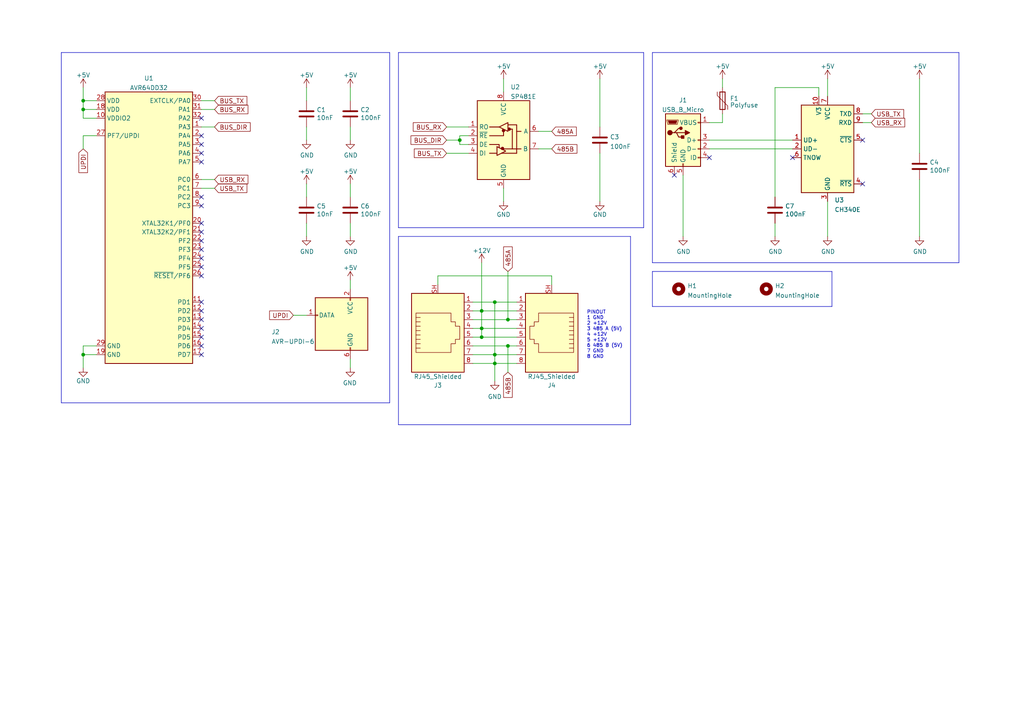
<source format=kicad_sch>
(kicad_sch (version 20230121) (generator eeschema)

  (uuid e63e39d7-6ac0-4ffd-8aa3-1841a4541b55)

  (paper "A4")

  (lib_symbols
    (symbol "Connector:AVR-UPDI-6" (pin_names (offset 1.016)) (in_bom yes) (on_board yes)
      (property "Reference" "J" (at -6.35 8.89 0)
        (effects (font (size 1.27 1.27)) (justify left))
      )
      (property "Value" "AVR-UPDI-6" (at 0 8.89 0)
        (effects (font (size 1.27 1.27)) (justify left))
      )
      (property "Footprint" "" (at -6.35 -1.27 90)
        (effects (font (size 1.27 1.27)) hide)
      )
      (property "Datasheet" "https://www.microchip.com/webdoc/GUID-9D10622A-5C16-4405-B092-1BDD437B4976/index.html?GUID-9B349315-2842-4189-B88C-49F4E1055D7F" (at -32.385 -13.97 0)
        (effects (font (size 1.27 1.27)) hide)
      )
      (property "ki_keywords" "AVR UPDI Connector" (at 0 0 0)
        (effects (font (size 1.27 1.27)) hide)
      )
      (property "ki_description" "Atmel 6-pin UPDI connector" (at 0 0 0)
        (effects (font (size 1.27 1.27)) hide)
      )
      (property "ki_fp_filters" "IDC?Header*2x03* Pin?Header*2x03*" (at 0 0 0)
        (effects (font (size 1.27 1.27)) hide)
      )
      (symbol "AVR-UPDI-6_0_1"
        (rectangle (start -2.667 -6.858) (end -2.413 -7.62)
          (stroke (width 0) (type default))
          (fill (type none))
        )
        (rectangle (start -2.667 7.62) (end -2.413 6.858)
          (stroke (width 0) (type default))
          (fill (type none))
        )
        (rectangle (start 7.62 2.667) (end 6.858 2.413)
          (stroke (width 0) (type default))
          (fill (type none))
        )
        (rectangle (start 7.62 7.62) (end -7.62 -7.62)
          (stroke (width 0.254) (type default))
          (fill (type background))
        )
      )
      (symbol "AVR-UPDI-6_1_1"
        (pin passive line (at 10.16 2.54 180) (length 2.54)
          (name "DATA" (effects (font (size 1.27 1.27))))
          (number "1" (effects (font (size 1.27 1.27))))
        )
        (pin passive line (at -2.54 10.16 270) (length 2.54)
          (name "VCC" (effects (font (size 1.27 1.27))))
          (number "2" (effects (font (size 1.27 1.27))))
        )
        (pin no_connect line (at 7.62 0 180) (length 2.54) hide
          (name "NC" (effects (font (size 1.27 1.27))))
          (number "3" (effects (font (size 1.27 1.27))))
        )
        (pin no_connect line (at 7.62 -2.54 180) (length 2.54) hide
          (name "NC" (effects (font (size 1.27 1.27))))
          (number "4" (effects (font (size 1.27 1.27))))
        )
        (pin no_connect line (at 7.62 -5.08 180) (length 2.54) hide
          (name "NC" (effects (font (size 1.27 1.27))))
          (number "5" (effects (font (size 1.27 1.27))))
        )
        (pin passive line (at -2.54 -10.16 90) (length 2.54)
          (name "GND" (effects (font (size 1.27 1.27))))
          (number "6" (effects (font (size 1.27 1.27))))
        )
      )
    )
    (symbol "Connector:RJ45_Shielded" (pin_names (offset 1.016)) (in_bom yes) (on_board yes)
      (property "Reference" "J" (at -5.08 13.97 0)
        (effects (font (size 1.27 1.27)) (justify right))
      )
      (property "Value" "RJ45_Shielded" (at 2.54 13.97 0)
        (effects (font (size 1.27 1.27)) (justify left))
      )
      (property "Footprint" "" (at 0 0.635 90)
        (effects (font (size 1.27 1.27)) hide)
      )
      (property "Datasheet" "~" (at 0 0.635 90)
        (effects (font (size 1.27 1.27)) hide)
      )
      (property "ki_keywords" "8P8C RJ jack socket connector" (at 0 0 0)
        (effects (font (size 1.27 1.27)) hide)
      )
      (property "ki_description" "RJ connector, 8P8C (8 positions 8 connected), Shielded" (at 0 0 0)
        (effects (font (size 1.27 1.27)) hide)
      )
      (property "ki_fp_filters" "8P8C* RJ31* RJ32* RJ33* RJ34* RJ35* RJ41* RJ45* RJ49* RJ61*" (at 0 0 0)
        (effects (font (size 1.27 1.27)) hide)
      )
      (symbol "RJ45_Shielded_0_1"
        (polyline
          (pts
            (xy -5.08 4.445)
            (xy -6.35 4.445)
          )
          (stroke (width 0) (type default))
          (fill (type none))
        )
        (polyline
          (pts
            (xy -5.08 5.715)
            (xy -6.35 5.715)
          )
          (stroke (width 0) (type default))
          (fill (type none))
        )
        (polyline
          (pts
            (xy -6.35 -3.175)
            (xy -5.08 -3.175)
            (xy -5.08 -3.175)
          )
          (stroke (width 0) (type default))
          (fill (type none))
        )
        (polyline
          (pts
            (xy -6.35 -1.905)
            (xy -5.08 -1.905)
            (xy -5.08 -1.905)
          )
          (stroke (width 0) (type default))
          (fill (type none))
        )
        (polyline
          (pts
            (xy -6.35 -0.635)
            (xy -5.08 -0.635)
            (xy -5.08 -0.635)
          )
          (stroke (width 0) (type default))
          (fill (type none))
        )
        (polyline
          (pts
            (xy -6.35 0.635)
            (xy -5.08 0.635)
            (xy -5.08 0.635)
          )
          (stroke (width 0) (type default))
          (fill (type none))
        )
        (polyline
          (pts
            (xy -6.35 1.905)
            (xy -5.08 1.905)
            (xy -5.08 1.905)
          )
          (stroke (width 0) (type default))
          (fill (type none))
        )
        (polyline
          (pts
            (xy -5.08 3.175)
            (xy -6.35 3.175)
            (xy -6.35 3.175)
          )
          (stroke (width 0) (type default))
          (fill (type none))
        )
        (polyline
          (pts
            (xy -6.35 -4.445)
            (xy -6.35 6.985)
            (xy 3.81 6.985)
            (xy 3.81 4.445)
            (xy 5.08 4.445)
            (xy 5.08 3.175)
            (xy 6.35 3.175)
            (xy 6.35 -0.635)
            (xy 5.08 -0.635)
            (xy 5.08 -1.905)
            (xy 3.81 -1.905)
            (xy 3.81 -4.445)
            (xy -6.35 -4.445)
            (xy -6.35 -4.445)
          )
          (stroke (width 0) (type default))
          (fill (type none))
        )
        (rectangle (start 7.62 12.7) (end -7.62 -10.16)
          (stroke (width 0.254) (type default))
          (fill (type background))
        )
      )
      (symbol "RJ45_Shielded_1_1"
        (pin passive line (at 10.16 -7.62 180) (length 2.54)
          (name "~" (effects (font (size 1.27 1.27))))
          (number "1" (effects (font (size 1.27 1.27))))
        )
        (pin passive line (at 10.16 -5.08 180) (length 2.54)
          (name "~" (effects (font (size 1.27 1.27))))
          (number "2" (effects (font (size 1.27 1.27))))
        )
        (pin passive line (at 10.16 -2.54 180) (length 2.54)
          (name "~" (effects (font (size 1.27 1.27))))
          (number "3" (effects (font (size 1.27 1.27))))
        )
        (pin passive line (at 10.16 0 180) (length 2.54)
          (name "~" (effects (font (size 1.27 1.27))))
          (number "4" (effects (font (size 1.27 1.27))))
        )
        (pin passive line (at 10.16 2.54 180) (length 2.54)
          (name "~" (effects (font (size 1.27 1.27))))
          (number "5" (effects (font (size 1.27 1.27))))
        )
        (pin passive line (at 10.16 5.08 180) (length 2.54)
          (name "~" (effects (font (size 1.27 1.27))))
          (number "6" (effects (font (size 1.27 1.27))))
        )
        (pin passive line (at 10.16 7.62 180) (length 2.54)
          (name "~" (effects (font (size 1.27 1.27))))
          (number "7" (effects (font (size 1.27 1.27))))
        )
        (pin passive line (at 10.16 10.16 180) (length 2.54)
          (name "~" (effects (font (size 1.27 1.27))))
          (number "8" (effects (font (size 1.27 1.27))))
        )
        (pin passive line (at 0 -12.7 90) (length 2.54)
          (name "~" (effects (font (size 1.27 1.27))))
          (number "SH" (effects (font (size 1.27 1.27))))
        )
      )
    )
    (symbol "Connector:USB_B_Micro" (pin_names (offset 1.016)) (in_bom yes) (on_board yes)
      (property "Reference" "J" (at -5.08 11.43 0)
        (effects (font (size 1.27 1.27)) (justify left))
      )
      (property "Value" "USB_B_Micro" (at -5.08 8.89 0)
        (effects (font (size 1.27 1.27)) (justify left))
      )
      (property "Footprint" "" (at 3.81 -1.27 0)
        (effects (font (size 1.27 1.27)) hide)
      )
      (property "Datasheet" "~" (at 3.81 -1.27 0)
        (effects (font (size 1.27 1.27)) hide)
      )
      (property "ki_keywords" "connector USB micro" (at 0 0 0)
        (effects (font (size 1.27 1.27)) hide)
      )
      (property "ki_description" "USB Micro Type B connector" (at 0 0 0)
        (effects (font (size 1.27 1.27)) hide)
      )
      (property "ki_fp_filters" "USB*" (at 0 0 0)
        (effects (font (size 1.27 1.27)) hide)
      )
      (symbol "USB_B_Micro_0_1"
        (rectangle (start -5.08 -7.62) (end 5.08 7.62)
          (stroke (width 0.254) (type default))
          (fill (type background))
        )
        (circle (center -3.81 2.159) (radius 0.635)
          (stroke (width 0.254) (type default))
          (fill (type outline))
        )
        (circle (center -0.635 3.429) (radius 0.381)
          (stroke (width 0.254) (type default))
          (fill (type outline))
        )
        (rectangle (start -0.127 -7.62) (end 0.127 -6.858)
          (stroke (width 0) (type default))
          (fill (type none))
        )
        (polyline
          (pts
            (xy -1.905 2.159)
            (xy 0.635 2.159)
          )
          (stroke (width 0.254) (type default))
          (fill (type none))
        )
        (polyline
          (pts
            (xy -3.175 2.159)
            (xy -2.54 2.159)
            (xy -1.27 3.429)
            (xy -0.635 3.429)
          )
          (stroke (width 0.254) (type default))
          (fill (type none))
        )
        (polyline
          (pts
            (xy -2.54 2.159)
            (xy -1.905 2.159)
            (xy -1.27 0.889)
            (xy 0 0.889)
          )
          (stroke (width 0.254) (type default))
          (fill (type none))
        )
        (polyline
          (pts
            (xy 0.635 2.794)
            (xy 0.635 1.524)
            (xy 1.905 2.159)
            (xy 0.635 2.794)
          )
          (stroke (width 0.254) (type default))
          (fill (type outline))
        )
        (polyline
          (pts
            (xy -4.318 5.588)
            (xy -1.778 5.588)
            (xy -2.032 4.826)
            (xy -4.064 4.826)
            (xy -4.318 5.588)
          )
          (stroke (width 0) (type default))
          (fill (type outline))
        )
        (polyline
          (pts
            (xy -4.699 5.842)
            (xy -4.699 5.588)
            (xy -4.445 4.826)
            (xy -4.445 4.572)
            (xy -1.651 4.572)
            (xy -1.651 4.826)
            (xy -1.397 5.588)
            (xy -1.397 5.842)
            (xy -4.699 5.842)
          )
          (stroke (width 0) (type default))
          (fill (type none))
        )
        (rectangle (start 0.254 1.27) (end -0.508 0.508)
          (stroke (width 0.254) (type default))
          (fill (type outline))
        )
        (rectangle (start 5.08 -5.207) (end 4.318 -4.953)
          (stroke (width 0) (type default))
          (fill (type none))
        )
        (rectangle (start 5.08 -2.667) (end 4.318 -2.413)
          (stroke (width 0) (type default))
          (fill (type none))
        )
        (rectangle (start 5.08 -0.127) (end 4.318 0.127)
          (stroke (width 0) (type default))
          (fill (type none))
        )
        (rectangle (start 5.08 4.953) (end 4.318 5.207)
          (stroke (width 0) (type default))
          (fill (type none))
        )
      )
      (symbol "USB_B_Micro_1_1"
        (pin power_out line (at 7.62 5.08 180) (length 2.54)
          (name "VBUS" (effects (font (size 1.27 1.27))))
          (number "1" (effects (font (size 1.27 1.27))))
        )
        (pin bidirectional line (at 7.62 -2.54 180) (length 2.54)
          (name "D-" (effects (font (size 1.27 1.27))))
          (number "2" (effects (font (size 1.27 1.27))))
        )
        (pin bidirectional line (at 7.62 0 180) (length 2.54)
          (name "D+" (effects (font (size 1.27 1.27))))
          (number "3" (effects (font (size 1.27 1.27))))
        )
        (pin passive line (at 7.62 -5.08 180) (length 2.54)
          (name "ID" (effects (font (size 1.27 1.27))))
          (number "4" (effects (font (size 1.27 1.27))))
        )
        (pin power_out line (at 0 -10.16 90) (length 2.54)
          (name "GND" (effects (font (size 1.27 1.27))))
          (number "5" (effects (font (size 1.27 1.27))))
        )
        (pin passive line (at -2.54 -10.16 90) (length 2.54)
          (name "Shield" (effects (font (size 1.27 1.27))))
          (number "6" (effects (font (size 1.27 1.27))))
        )
      )
    )
    (symbol "Device:C" (pin_numbers hide) (pin_names (offset 0.254)) (in_bom yes) (on_board yes)
      (property "Reference" "C" (at 0.635 2.54 0)
        (effects (font (size 1.27 1.27)) (justify left))
      )
      (property "Value" "C" (at 0.635 -2.54 0)
        (effects (font (size 1.27 1.27)) (justify left))
      )
      (property "Footprint" "" (at 0.9652 -3.81 0)
        (effects (font (size 1.27 1.27)) hide)
      )
      (property "Datasheet" "~" (at 0 0 0)
        (effects (font (size 1.27 1.27)) hide)
      )
      (property "ki_keywords" "cap capacitor" (at 0 0 0)
        (effects (font (size 1.27 1.27)) hide)
      )
      (property "ki_description" "Unpolarized capacitor" (at 0 0 0)
        (effects (font (size 1.27 1.27)) hide)
      )
      (property "ki_fp_filters" "C_*" (at 0 0 0)
        (effects (font (size 1.27 1.27)) hide)
      )
      (symbol "C_0_1"
        (polyline
          (pts
            (xy -2.032 -0.762)
            (xy 2.032 -0.762)
          )
          (stroke (width 0.508) (type default))
          (fill (type none))
        )
        (polyline
          (pts
            (xy -2.032 0.762)
            (xy 2.032 0.762)
          )
          (stroke (width 0.508) (type default))
          (fill (type none))
        )
      )
      (symbol "C_1_1"
        (pin passive line (at 0 3.81 270) (length 2.794)
          (name "~" (effects (font (size 1.27 1.27))))
          (number "1" (effects (font (size 1.27 1.27))))
        )
        (pin passive line (at 0 -3.81 90) (length 2.794)
          (name "~" (effects (font (size 1.27 1.27))))
          (number "2" (effects (font (size 1.27 1.27))))
        )
      )
    )
    (symbol "Device:Polyfuse" (pin_numbers hide) (pin_names (offset 0)) (in_bom yes) (on_board yes)
      (property "Reference" "F" (at -2.54 0 90)
        (effects (font (size 1.27 1.27)))
      )
      (property "Value" "Polyfuse" (at 2.54 0 90)
        (effects (font (size 1.27 1.27)))
      )
      (property "Footprint" "" (at 1.27 -5.08 0)
        (effects (font (size 1.27 1.27)) (justify left) hide)
      )
      (property "Datasheet" "~" (at 0 0 0)
        (effects (font (size 1.27 1.27)) hide)
      )
      (property "ki_keywords" "resettable fuse PTC PPTC polyfuse polyswitch" (at 0 0 0)
        (effects (font (size 1.27 1.27)) hide)
      )
      (property "ki_description" "Resettable fuse, polymeric positive temperature coefficient" (at 0 0 0)
        (effects (font (size 1.27 1.27)) hide)
      )
      (property "ki_fp_filters" "*polyfuse* *PTC*" (at 0 0 0)
        (effects (font (size 1.27 1.27)) hide)
      )
      (symbol "Polyfuse_0_1"
        (rectangle (start -0.762 2.54) (end 0.762 -2.54)
          (stroke (width 0.254) (type default))
          (fill (type none))
        )
        (polyline
          (pts
            (xy 0 2.54)
            (xy 0 -2.54)
          )
          (stroke (width 0) (type default))
          (fill (type none))
        )
        (polyline
          (pts
            (xy -1.524 2.54)
            (xy -1.524 1.524)
            (xy 1.524 -1.524)
            (xy 1.524 -2.54)
          )
          (stroke (width 0) (type default))
          (fill (type none))
        )
      )
      (symbol "Polyfuse_1_1"
        (pin passive line (at 0 3.81 270) (length 1.27)
          (name "~" (effects (font (size 1.27 1.27))))
          (number "1" (effects (font (size 1.27 1.27))))
        )
        (pin passive line (at 0 -3.81 90) (length 1.27)
          (name "~" (effects (font (size 1.27 1.27))))
          (number "2" (effects (font (size 1.27 1.27))))
        )
      )
    )
    (symbol "Interface_USB:CH340E" (in_bom yes) (on_board yes)
      (property "Reference" "U" (at -5.08 13.97 0)
        (effects (font (size 1.27 1.27)) (justify right))
      )
      (property "Value" "CH340E" (at 1.27 13.97 0)
        (effects (font (size 1.27 1.27)) (justify left))
      )
      (property "Footprint" "Package_SO:MSOP-10_3x3mm_P0.5mm" (at 1.27 -13.97 0)
        (effects (font (size 1.27 1.27)) (justify left) hide)
      )
      (property "Datasheet" "https://www.mpja.com/download/35227cpdata.pdf" (at -8.89 20.32 0)
        (effects (font (size 1.27 1.27)) hide)
      )
      (property "ki_keywords" "USB UART Serial Converter Interface" (at 0 0 0)
        (effects (font (size 1.27 1.27)) hide)
      )
      (property "ki_description" "USB serial converter, UART, MSOP-10" (at 0 0 0)
        (effects (font (size 1.27 1.27)) hide)
      )
      (property "ki_fp_filters" "MSOP*3x3mm*P0.5mm*" (at 0 0 0)
        (effects (font (size 1.27 1.27)) hide)
      )
      (symbol "CH340E_0_1"
        (rectangle (start -7.62 12.7) (end 7.62 -12.7)
          (stroke (width 0.254) (type default))
          (fill (type background))
        )
      )
      (symbol "CH340E_1_1"
        (pin bidirectional line (at -10.16 2.54 0) (length 2.54)
          (name "UD+" (effects (font (size 1.27 1.27))))
          (number "1" (effects (font (size 1.27 1.27))))
        )
        (pin passive line (at -2.54 15.24 270) (length 2.54)
          (name "V3" (effects (font (size 1.27 1.27))))
          (number "10" (effects (font (size 1.27 1.27))))
        )
        (pin bidirectional line (at -10.16 0 0) (length 2.54)
          (name "UD-" (effects (font (size 1.27 1.27))))
          (number "2" (effects (font (size 1.27 1.27))))
        )
        (pin power_in line (at 0 -15.24 90) (length 2.54)
          (name "GND" (effects (font (size 1.27 1.27))))
          (number "3" (effects (font (size 1.27 1.27))))
        )
        (pin output line (at 10.16 -10.16 180) (length 2.54)
          (name "~{RTS}" (effects (font (size 1.27 1.27))))
          (number "4" (effects (font (size 1.27 1.27))))
        )
        (pin input line (at 10.16 2.54 180) (length 2.54)
          (name "~{CTS}" (effects (font (size 1.27 1.27))))
          (number "5" (effects (font (size 1.27 1.27))))
        )
        (pin output line (at -10.16 -2.54 0) (length 2.54)
          (name "TNOW" (effects (font (size 1.27 1.27))))
          (number "6" (effects (font (size 1.27 1.27))))
        )
        (pin power_in line (at 0 15.24 270) (length 2.54)
          (name "VCC" (effects (font (size 1.27 1.27))))
          (number "7" (effects (font (size 1.27 1.27))))
        )
        (pin output line (at 10.16 10.16 180) (length 2.54)
          (name "TXD" (effects (font (size 1.27 1.27))))
          (number "8" (effects (font (size 1.27 1.27))))
        )
        (pin input line (at 10.16 7.62 180) (length 2.54)
          (name "RXD" (effects (font (size 1.27 1.27))))
          (number "9" (effects (font (size 1.27 1.27))))
        )
      )
    )
    (symbol "Mechanical:MountingHole" (pin_names (offset 1.016)) (in_bom yes) (on_board yes)
      (property "Reference" "H" (at 0 5.08 0)
        (effects (font (size 1.27 1.27)))
      )
      (property "Value" "MountingHole" (at 0 3.175 0)
        (effects (font (size 1.27 1.27)))
      )
      (property "Footprint" "" (at 0 0 0)
        (effects (font (size 1.27 1.27)) hide)
      )
      (property "Datasheet" "~" (at 0 0 0)
        (effects (font (size 1.27 1.27)) hide)
      )
      (property "ki_keywords" "mounting hole" (at 0 0 0)
        (effects (font (size 1.27 1.27)) hide)
      )
      (property "ki_description" "Mounting Hole without connection" (at 0 0 0)
        (effects (font (size 1.27 1.27)) hide)
      )
      (property "ki_fp_filters" "MountingHole*" (at 0 0 0)
        (effects (font (size 1.27 1.27)) hide)
      )
      (symbol "MountingHole_0_1"
        (circle (center 0 0) (radius 1.27)
          (stroke (width 1.27) (type default))
          (fill (type none))
        )
      )
    )
    (symbol "kiu:AVR64DD32" (in_bom yes) (on_board yes)
      (property "Reference" "U" (at -12.7 -19.05 0)
        (effects (font (size 1.27 1.27)))
      )
      (property "Value" "AVR64DD32" (at 7.62 -19.05 0)
        (effects (font (size 1.27 1.27)))
      )
      (property "Footprint" "" (at 0 0 0)
        (effects (font (size 1.27 1.27)) hide)
      )
      (property "Datasheet" "" (at 0 0 0)
        (effects (font (size 1.27 1.27)) hide)
      )
      (symbol "AVR64DD32_0_1"
        (rectangle (start -12.7 -20.32) (end 12.7 -99.06)
          (stroke (width 0.254) (type default))
          (fill (type background))
        )
      )
      (symbol "AVR64DD32_1_1"
        (pin bidirectional line (at 15.24 -30.48 180) (length 2.54)
          (name "PA3" (effects (font (size 1.27 1.27))))
          (number "1" (effects (font (size 1.27 1.27))))
        )
        (pin power_in line (at -15.24 -27.94 0) (length 2.54)
          (name "VDDIO2" (effects (font (size 1.27 1.27))))
          (number "10" (effects (font (size 1.27 1.27))))
        )
        (pin bidirectional line (at 15.24 -81.28 180) (length 2.54)
          (name "PD1" (effects (font (size 1.27 1.27))))
          (number "11" (effects (font (size 1.27 1.27))))
        )
        (pin bidirectional line (at 15.24 -83.82 180) (length 2.54)
          (name "PD2" (effects (font (size 1.27 1.27))))
          (number "12" (effects (font (size 1.27 1.27))))
        )
        (pin bidirectional line (at 15.24 -86.36 180) (length 2.54)
          (name "PD3" (effects (font (size 1.27 1.27))))
          (number "13" (effects (font (size 1.27 1.27))))
        )
        (pin bidirectional line (at 15.24 -88.9 180) (length 2.54)
          (name "PD4" (effects (font (size 1.27 1.27))))
          (number "14" (effects (font (size 1.27 1.27))))
        )
        (pin bidirectional line (at 15.24 -91.44 180) (length 2.54)
          (name "PD5" (effects (font (size 1.27 1.27))))
          (number "15" (effects (font (size 1.27 1.27))))
        )
        (pin bidirectional line (at 15.24 -93.98 180) (length 2.54)
          (name "PD6" (effects (font (size 1.27 1.27))))
          (number "16" (effects (font (size 1.27 1.27))))
        )
        (pin bidirectional line (at 15.24 -96.52 180) (length 2.54)
          (name "PD7" (effects (font (size 1.27 1.27))))
          (number "17" (effects (font (size 1.27 1.27))))
        )
        (pin power_in line (at -15.24 -25.4 0) (length 2.54)
          (name "VDD" (effects (font (size 1.27 1.27))))
          (number "18" (effects (font (size 1.27 1.27))))
        )
        (pin power_in line (at -15.24 -96.52 0) (length 2.54)
          (name "GND" (effects (font (size 1.27 1.27))))
          (number "19" (effects (font (size 1.27 1.27))))
        )
        (pin bidirectional line (at 15.24 -33.02 180) (length 2.54)
          (name "PA4" (effects (font (size 1.27 1.27))))
          (number "2" (effects (font (size 1.27 1.27))))
        )
        (pin bidirectional line (at 15.24 -58.42 180) (length 2.54)
          (name "XTAL32K1/PF0" (effects (font (size 1.27 1.27))))
          (number "20" (effects (font (size 1.27 1.27))))
        )
        (pin bidirectional line (at 15.24 -60.96 180) (length 2.54)
          (name "XTAL32K2/PF1" (effects (font (size 1.27 1.27))))
          (number "21" (effects (font (size 1.27 1.27))))
        )
        (pin bidirectional line (at 15.24 -63.5 180) (length 2.54)
          (name "PF2" (effects (font (size 1.27 1.27))))
          (number "22" (effects (font (size 1.27 1.27))))
        )
        (pin bidirectional line (at 15.24 -66.04 180) (length 2.54)
          (name "PF3" (effects (font (size 1.27 1.27))))
          (number "23" (effects (font (size 1.27 1.27))))
        )
        (pin bidirectional line (at 15.24 -68.58 180) (length 2.54)
          (name "PF4" (effects (font (size 1.27 1.27))))
          (number "24" (effects (font (size 1.27 1.27))))
        )
        (pin bidirectional line (at 15.24 -71.12 180) (length 2.54)
          (name "PF5" (effects (font (size 1.27 1.27))))
          (number "25" (effects (font (size 1.27 1.27))))
        )
        (pin input line (at 15.24 -73.66 180) (length 2.54)
          (name "~{RESET}/PF6" (effects (font (size 1.27 1.27))))
          (number "26" (effects (font (size 1.27 1.27))))
        )
        (pin bidirectional line (at -15.24 -33.02 0) (length 2.54)
          (name "PF7/UPDI" (effects (font (size 1.27 1.27))))
          (number "27" (effects (font (size 1.27 1.27))))
        )
        (pin power_in line (at -15.24 -22.86 0) (length 2.54)
          (name "VDD" (effects (font (size 1.27 1.27))))
          (number "28" (effects (font (size 1.27 1.27))))
        )
        (pin power_in line (at -15.24 -93.98 0) (length 2.54)
          (name "GND" (effects (font (size 1.27 1.27))))
          (number "29" (effects (font (size 1.27 1.27))))
        )
        (pin bidirectional line (at 15.24 -35.56 180) (length 2.54)
          (name "PA5" (effects (font (size 1.27 1.27))))
          (number "3" (effects (font (size 1.27 1.27))))
        )
        (pin bidirectional line (at 15.24 -22.86 180) (length 2.54)
          (name "EXTCLK/PA0" (effects (font (size 1.27 1.27))))
          (number "30" (effects (font (size 1.27 1.27))))
        )
        (pin bidirectional line (at 15.24 -25.4 180) (length 2.54)
          (name "PA1" (effects (font (size 1.27 1.27))))
          (number "31" (effects (font (size 1.27 1.27))))
        )
        (pin bidirectional line (at 15.24 -27.94 180) (length 2.54)
          (name "PA2" (effects (font (size 1.27 1.27))))
          (number "32" (effects (font (size 1.27 1.27))))
        )
        (pin bidirectional line (at 15.24 -38.1 180) (length 2.54)
          (name "PA6" (effects (font (size 1.27 1.27))))
          (number "4" (effects (font (size 1.27 1.27))))
        )
        (pin bidirectional line (at 15.24 -40.64 180) (length 2.54)
          (name "PA7" (effects (font (size 1.27 1.27))))
          (number "5" (effects (font (size 1.27 1.27))))
        )
        (pin bidirectional line (at 15.24 -45.72 180) (length 2.54)
          (name "PC0" (effects (font (size 1.27 1.27))))
          (number "6" (effects (font (size 1.27 1.27))))
        )
        (pin bidirectional line (at 15.24 -48.26 180) (length 2.54)
          (name "PC1" (effects (font (size 1.27 1.27))))
          (number "7" (effects (font (size 1.27 1.27))))
        )
        (pin bidirectional line (at 15.24 -50.8 180) (length 2.54)
          (name "PC2" (effects (font (size 1.27 1.27))))
          (number "8" (effects (font (size 1.27 1.27))))
        )
        (pin bidirectional line (at 15.24 -53.34 180) (length 2.54)
          (name "PC3" (effects (font (size 1.27 1.27))))
          (number "9" (effects (font (size 1.27 1.27))))
        )
      )
    )
    (symbol "kiu:SP481E" (in_bom yes) (on_board yes)
      (property "Reference" "U" (at 3.81 12.7 0)
        (effects (font (size 1.27 1.27)))
      )
      (property "Value" "SP481E" (at 7.62 -12.7 0)
        (effects (font (size 1.27 1.27)) (justify right))
      )
      (property "Footprint" "" (at 0 0 0)
        (effects (font (size 1.27 1.27)) hide)
      )
      (property "Datasheet" "" (at 0 0 0)
        (effects (font (size 1.27 1.27)) hide)
      )
      (symbol "SP481E_0_1"
        (rectangle (start -7.62 11.43) (end 7.62 -11.43)
          (stroke (width 0.254) (type default))
          (fill (type background))
        )
        (circle (center -0.3048 -2.413) (radius 0.3556)
          (stroke (width 0.254) (type default))
          (fill (type outline))
        )
        (circle (center -0.0254 2.7686) (radius 0.3556)
          (stroke (width 0.254) (type default))
          (fill (type outline))
        )
        (polyline
          (pts
            (xy -4.064 -3.81)
            (xy -1.905 -3.81)
          )
          (stroke (width 0.254) (type default))
          (fill (type none))
        )
        (polyline
          (pts
            (xy -4.064 3.81)
            (xy -1.27 3.81)
          )
          (stroke (width 0.254) (type default))
          (fill (type none))
        )
        (polyline
          (pts
            (xy -1.27 -1.9304)
            (xy -1.27 -2.1844)
          )
          (stroke (width 0.254) (type default))
          (fill (type none))
        )
        (polyline
          (pts
            (xy -0.635 -3.81)
            (xy 3.81 -3.81)
          )
          (stroke (width 0.254) (type default))
          (fill (type none))
        )
        (polyline
          (pts
            (xy 1.27 3.175)
            (xy 2.54 3.175)
          )
          (stroke (width 0.254) (type default))
          (fill (type none))
        )
        (polyline
          (pts
            (xy 2.54 -2.54)
            (xy 5.08 -2.54)
          )
          (stroke (width 0.254) (type default))
          (fill (type none))
        )
        (polyline
          (pts
            (xy 3.81 2.54)
            (xy 5.08 2.54)
          )
          (stroke (width 0.254) (type default))
          (fill (type none))
        )
        (polyline
          (pts
            (xy -4.064 -1.27)
            (xy -1.27 -1.27)
            (xy -1.27 -1.905)
          )
          (stroke (width 0.254) (type default))
          (fill (type none))
        )
        (polyline
          (pts
            (xy 0 2.54)
            (xy 0 1.27)
            (xy -4.064 1.27)
          )
          (stroke (width 0.254) (type default))
          (fill (type none))
        )
        (polyline
          (pts
            (xy 1.27 4.445)
            (xy 3.81 4.445)
            (xy 3.81 -3.81)
          )
          (stroke (width 0.254) (type default))
          (fill (type none))
        )
        (polyline
          (pts
            (xy 2.54 3.175)
            (xy 2.54 -2.54)
            (xy 0 -2.54)
          )
          (stroke (width 0.254) (type default))
          (fill (type none))
        )
        (polyline
          (pts
            (xy -1.905 -1.905)
            (xy -1.905 -4.445)
            (xy 0.635 -3.175)
            (xy -1.905 -1.905)
          )
          (stroke (width 0.254) (type default))
          (fill (type none))
        )
        (polyline
          (pts
            (xy -1.27 3.81)
            (xy 1.27 5.08)
            (xy 1.27 2.54)
            (xy -1.27 3.81)
          )
          (stroke (width 0.254) (type default))
          (fill (type none))
        )
        (rectangle (start 1.27 4.445) (end 1.27 4.445)
          (stroke (width 0) (type default))
          (fill (type none))
        )
        (circle (center 1.651 3.175) (radius 0.3556)
          (stroke (width 0.254) (type default))
          (fill (type outline))
        )
      )
      (symbol "SP481E_1_1"
        (pin output line (at -10.16 3.81 0) (length 2.54)
          (name "RO" (effects (font (size 1.27 1.27))))
          (number "1" (effects (font (size 1.27 1.27))))
        )
        (pin input line (at -10.16 1.27 0) (length 2.54)
          (name "~{RE}" (effects (font (size 1.27 1.27))))
          (number "2" (effects (font (size 1.27 1.27))))
        )
        (pin input line (at -10.16 -1.27 0) (length 2.54)
          (name "DE" (effects (font (size 1.27 1.27))))
          (number "3" (effects (font (size 1.27 1.27))))
        )
        (pin input line (at -10.16 -3.81 0) (length 2.54)
          (name "DI" (effects (font (size 1.27 1.27))))
          (number "4" (effects (font (size 1.27 1.27))))
        )
        (pin power_in line (at 0 -13.97 90) (length 2.54)
          (name "GND" (effects (font (size 1.27 1.27))))
          (number "5" (effects (font (size 1.27 1.27))))
        )
        (pin bidirectional line (at 10.16 2.54 180) (length 2.54)
          (name "A" (effects (font (size 1.27 1.27))))
          (number "6" (effects (font (size 1.27 1.27))))
        )
        (pin bidirectional line (at 10.16 -2.54 180) (length 2.54)
          (name "B" (effects (font (size 1.27 1.27))))
          (number "7" (effects (font (size 1.27 1.27))))
        )
        (pin power_in line (at 0 13.97 270) (length 2.54)
          (name "VCC" (effects (font (size 1.27 1.27))))
          (number "8" (effects (font (size 1.27 1.27))))
        )
      )
    )
    (symbol "power:+12V" (power) (pin_names (offset 0)) (in_bom yes) (on_board yes)
      (property "Reference" "#PWR" (at 0 -3.81 0)
        (effects (font (size 1.27 1.27)) hide)
      )
      (property "Value" "+12V" (at 0 3.556 0)
        (effects (font (size 1.27 1.27)))
      )
      (property "Footprint" "" (at 0 0 0)
        (effects (font (size 1.27 1.27)) hide)
      )
      (property "Datasheet" "" (at 0 0 0)
        (effects (font (size 1.27 1.27)) hide)
      )
      (property "ki_keywords" "global power" (at 0 0 0)
        (effects (font (size 1.27 1.27)) hide)
      )
      (property "ki_description" "Power symbol creates a global label with name \"+12V\"" (at 0 0 0)
        (effects (font (size 1.27 1.27)) hide)
      )
      (symbol "+12V_0_1"
        (polyline
          (pts
            (xy -0.762 1.27)
            (xy 0 2.54)
          )
          (stroke (width 0) (type default))
          (fill (type none))
        )
        (polyline
          (pts
            (xy 0 0)
            (xy 0 2.54)
          )
          (stroke (width 0) (type default))
          (fill (type none))
        )
        (polyline
          (pts
            (xy 0 2.54)
            (xy 0.762 1.27)
          )
          (stroke (width 0) (type default))
          (fill (type none))
        )
      )
      (symbol "+12V_1_1"
        (pin power_in line (at 0 0 90) (length 0) hide
          (name "+12V" (effects (font (size 1.27 1.27))))
          (number "1" (effects (font (size 1.27 1.27))))
        )
      )
    )
    (symbol "power:+5V" (power) (pin_names (offset 0)) (in_bom yes) (on_board yes)
      (property "Reference" "#PWR" (at 0 -3.81 0)
        (effects (font (size 1.27 1.27)) hide)
      )
      (property "Value" "+5V" (at 0 3.556 0)
        (effects (font (size 1.27 1.27)))
      )
      (property "Footprint" "" (at 0 0 0)
        (effects (font (size 1.27 1.27)) hide)
      )
      (property "Datasheet" "" (at 0 0 0)
        (effects (font (size 1.27 1.27)) hide)
      )
      (property "ki_keywords" "global power" (at 0 0 0)
        (effects (font (size 1.27 1.27)) hide)
      )
      (property "ki_description" "Power symbol creates a global label with name \"+5V\"" (at 0 0 0)
        (effects (font (size 1.27 1.27)) hide)
      )
      (symbol "+5V_0_1"
        (polyline
          (pts
            (xy -0.762 1.27)
            (xy 0 2.54)
          )
          (stroke (width 0) (type default))
          (fill (type none))
        )
        (polyline
          (pts
            (xy 0 0)
            (xy 0 2.54)
          )
          (stroke (width 0) (type default))
          (fill (type none))
        )
        (polyline
          (pts
            (xy 0 2.54)
            (xy 0.762 1.27)
          )
          (stroke (width 0) (type default))
          (fill (type none))
        )
      )
      (symbol "+5V_1_1"
        (pin power_in line (at 0 0 90) (length 0) hide
          (name "+5V" (effects (font (size 1.27 1.27))))
          (number "1" (effects (font (size 1.27 1.27))))
        )
      )
    )
    (symbol "power:GND" (power) (pin_names (offset 0)) (in_bom yes) (on_board yes)
      (property "Reference" "#PWR" (at 0 -6.35 0)
        (effects (font (size 1.27 1.27)) hide)
      )
      (property "Value" "GND" (at 0 -3.81 0)
        (effects (font (size 1.27 1.27)))
      )
      (property "Footprint" "" (at 0 0 0)
        (effects (font (size 1.27 1.27)) hide)
      )
      (property "Datasheet" "" (at 0 0 0)
        (effects (font (size 1.27 1.27)) hide)
      )
      (property "ki_keywords" "global power" (at 0 0 0)
        (effects (font (size 1.27 1.27)) hide)
      )
      (property "ki_description" "Power symbol creates a global label with name \"GND\" , ground" (at 0 0 0)
        (effects (font (size 1.27 1.27)) hide)
      )
      (symbol "GND_0_1"
        (polyline
          (pts
            (xy 0 0)
            (xy 0 -1.27)
            (xy 1.27 -1.27)
            (xy 0 -2.54)
            (xy -1.27 -1.27)
            (xy 0 -1.27)
          )
          (stroke (width 0) (type default))
          (fill (type none))
        )
      )
      (symbol "GND_1_1"
        (pin power_in line (at 0 0 270) (length 0) hide
          (name "GND" (effects (font (size 1.27 1.27))))
          (number "1" (effects (font (size 1.27 1.27))))
        )
      )
    )
  )

  (junction (at 147.32 92.71) (diameter 0) (color 0 0 0 0)
    (uuid 0d3137a4-44a4-42d3-b334-69c1234049ee)
  )
  (junction (at 24.13 31.75) (diameter 0) (color 0 0 0 0)
    (uuid 2387d6cb-be7c-4b05-a880-c9ba65f91b44)
  )
  (junction (at 139.7 95.25) (diameter 0) (color 0 0 0 0)
    (uuid 47258bce-14e8-426d-808e-78d959ae01ea)
  )
  (junction (at 143.51 105.41) (diameter 0) (color 0 0 0 0)
    (uuid 4dea78e9-fe16-4455-9116-7d95b3ebf788)
  )
  (junction (at 133.35 40.64) (diameter 0) (color 0 0 0 0)
    (uuid 4e2a02eb-1fda-4880-b78c-67749feb9015)
  )
  (junction (at 24.13 102.87) (diameter 0) (color 0 0 0 0)
    (uuid 5a2c8042-d8c7-4384-b144-b6739048854a)
  )
  (junction (at 24.13 29.21) (diameter 0) (color 0 0 0 0)
    (uuid 5cb16bbb-f11a-4121-8c91-b548e1b69ab0)
  )
  (junction (at 143.51 102.87) (diameter 0) (color 0 0 0 0)
    (uuid 6860606d-84f5-4e52-b038-31d65171736f)
  )
  (junction (at 139.7 90.17) (diameter 0) (color 0 0 0 0)
    (uuid 811c6c75-a135-4d07-8a48-fb7ea2fdc989)
  )
  (junction (at 139.7 97.79) (diameter 0) (color 0 0 0 0)
    (uuid 8751ce08-fc21-4b31-b07e-b4926d8d0b2f)
  )
  (junction (at 147.32 100.33) (diameter 0) (color 0 0 0 0)
    (uuid e261feb2-0bca-466e-aa5f-df4637c7628d)
  )
  (junction (at 143.51 87.63) (diameter 0) (color 0 0 0 0)
    (uuid ecc7ac78-8446-4f3c-9f98-b29634345345)
  )

  (no_connect (at 58.42 80.01) (uuid 07c1a101-695b-4469-95e1-1934f6365176))
  (no_connect (at 250.19 53.34) (uuid 179c99da-d64e-47db-a8db-c69b425c480f))
  (no_connect (at 58.42 59.69) (uuid 18c8dbbe-a23c-4840-b42b-65c4dc4d020b))
  (no_connect (at 58.42 100.33) (uuid 28717161-bea1-4ee7-b7e2-aa0825ef3699))
  (no_connect (at 58.42 92.71) (uuid 2cee2e03-8ea5-4c27-bea2-75fd7ef1687b))
  (no_connect (at 58.42 95.25) (uuid 2cee2e03-8ea5-4c27-bea2-75fd7ef1687c))
  (no_connect (at 58.42 97.79) (uuid 2cee2e03-8ea5-4c27-bea2-75fd7ef1687d))
  (no_connect (at 58.42 102.87) (uuid 2cee2e03-8ea5-4c27-bea2-75fd7ef1687e))
  (no_connect (at 58.42 90.17) (uuid 2cee2e03-8ea5-4c27-bea2-75fd7ef1687f))
  (no_connect (at 58.42 77.47) (uuid 2cee2e03-8ea5-4c27-bea2-75fd7ef16880))
  (no_connect (at 58.42 69.85) (uuid 2cee2e03-8ea5-4c27-bea2-75fd7ef16882))
  (no_connect (at 58.42 74.93) (uuid 2cee2e03-8ea5-4c27-bea2-75fd7ef16883))
  (no_connect (at 58.42 87.63) (uuid 2cee2e03-8ea5-4c27-bea2-75fd7ef16885))
  (no_connect (at 58.42 72.39) (uuid 2cee2e03-8ea5-4c27-bea2-75fd7ef16886))
  (no_connect (at 58.42 46.99) (uuid 2cee2e03-8ea5-4c27-bea2-75fd7ef16887))
  (no_connect (at 58.42 44.45) (uuid 2cee2e03-8ea5-4c27-bea2-75fd7ef16889))
  (no_connect (at 58.42 41.91) (uuid 2cee2e03-8ea5-4c27-bea2-75fd7ef1688a))
  (no_connect (at 58.42 39.37) (uuid 2cee2e03-8ea5-4c27-bea2-75fd7ef1688b))
  (no_connect (at 205.74 45.72) (uuid 49379c2b-5df3-4af3-bd4d-360d84bb6d2f))
  (no_connect (at 250.19 40.64) (uuid 6fe2bd3c-834e-445e-a609-af9e0d30293b))
  (no_connect (at 58.42 57.15) (uuid 88ba7304-cdc0-4ed7-a00c-7985a6c4a93e))
  (no_connect (at 58.42 64.77) (uuid 8d4d8423-ea86-46b6-9f2a-4e588b98bbc6))
  (no_connect (at 229.87 45.72) (uuid 8ddde998-90d3-4507-afa6-79b80c8835b5))
  (no_connect (at 58.42 34.29) (uuid 8fba1cea-5046-41b6-b503-7ee72b1eb4af))
  (no_connect (at 58.42 67.31) (uuid b1e5e147-6379-4ec1-94c0-d8825cc23e54))
  (no_connect (at 195.58 50.8) (uuid ff9e7c90-6e35-4d7a-afad-da06e251aa61))

  (wire (pts (xy 143.51 87.63) (xy 149.86 87.63))
    (stroke (width 0) (type default))
    (uuid 00995fd2-315c-4fb7-b0d7-c7fc97a14352)
  )
  (wire (pts (xy 88.9 25.4) (xy 88.9 29.21))
    (stroke (width 0) (type default))
    (uuid 01133677-f2ab-4e5a-b884-52195507f69e)
  )
  (wire (pts (xy 101.6 36.83) (xy 101.6 40.64))
    (stroke (width 0) (type default))
    (uuid 039b7c37-f901-4b62-95ee-5eb173cc1aae)
  )
  (polyline (pts (xy 115.57 15.24) (xy 115.57 66.04))
    (stroke (width 0) (type default))
    (uuid 05a63063-d767-475d-92fb-6e88c4fcab57)
  )

  (wire (pts (xy 88.9 64.77) (xy 88.9 68.58))
    (stroke (width 0) (type default))
    (uuid 05ff5b64-6baa-404d-a50c-13555bd45ac1)
  )
  (polyline (pts (xy 189.23 15.24) (xy 278.13 15.24))
    (stroke (width 0) (type default))
    (uuid 0c2d364d-beba-49d4-ac2d-915bcae267b0)
  )
  (polyline (pts (xy 241.3 88.9) (xy 241.3 78.74))
    (stroke (width 0) (type default))
    (uuid 0ce3f431-f2f6-4b39-a635-a3cb8101c61a)
  )

  (wire (pts (xy 139.7 95.25) (xy 149.86 95.25))
    (stroke (width 0) (type default))
    (uuid 10943ef2-35e2-4375-ad96-720b278df5e2)
  )
  (polyline (pts (xy 189.23 78.74) (xy 189.23 88.9))
    (stroke (width 0) (type default))
    (uuid 14878aa3-f7e5-4e5a-86c9-c763b6e91692)
  )

  (wire (pts (xy 24.13 39.37) (xy 24.13 43.18))
    (stroke (width 0) (type default))
    (uuid 14ffcdfb-d594-4955-804d-c08b804c7641)
  )
  (wire (pts (xy 129.54 40.64) (xy 133.35 40.64))
    (stroke (width 0) (type default))
    (uuid 1aef6ba8-fca2-47d7-91f4-35c2cbe6a4b9)
  )
  (wire (pts (xy 24.13 100.33) (xy 24.13 102.87))
    (stroke (width 0) (type default))
    (uuid 1b0b14d0-0d02-4aa0-be89-c9e6ffdb7a74)
  )
  (wire (pts (xy 137.16 102.87) (xy 143.51 102.87))
    (stroke (width 0) (type default))
    (uuid 1cd06ea9-2e0a-4308-a89a-cdd4253d635d)
  )
  (wire (pts (xy 205.74 43.18) (xy 229.87 43.18))
    (stroke (width 0) (type default))
    (uuid 1ecc06d5-854e-4ae6-afe7-b1096a14441e)
  )
  (polyline (pts (xy 186.69 15.24) (xy 186.69 66.04))
    (stroke (width 0) (type default))
    (uuid 1f37e82e-7de1-4b53-a54a-afcf33c0deee)
  )

  (wire (pts (xy 250.19 35.56) (xy 252.73 35.56))
    (stroke (width 0) (type default))
    (uuid 22f7bbb3-98f3-44d4-95df-0a427db30943)
  )
  (wire (pts (xy 137.16 92.71) (xy 147.32 92.71))
    (stroke (width 0) (type default))
    (uuid 2d3573c1-18b8-4ec2-9ce9-bea043ed0d8d)
  )
  (wire (pts (xy 143.51 102.87) (xy 143.51 105.41))
    (stroke (width 0) (type default))
    (uuid 31292357-f927-48af-af99-abb754dad2d4)
  )
  (polyline (pts (xy 189.23 78.74) (xy 241.3 78.74))
    (stroke (width 0) (type default))
    (uuid 325f22b0-b331-4d4b-8098-8cad32afc7b7)
  )

  (wire (pts (xy 24.13 31.75) (xy 24.13 29.21))
    (stroke (width 0) (type default))
    (uuid 348d49b9-ccec-425b-9696-13d952113a67)
  )
  (wire (pts (xy 224.79 64.77) (xy 224.79 68.58))
    (stroke (width 0) (type default))
    (uuid 3534098e-d146-47e4-80ac-0dfc82c88de5)
  )
  (wire (pts (xy 147.32 78.74) (xy 147.32 92.71))
    (stroke (width 0) (type default))
    (uuid 36f3173f-7be4-4161-9e5f-79d99e7480e8)
  )
  (wire (pts (xy 209.55 33.02) (xy 209.55 35.56))
    (stroke (width 0) (type default))
    (uuid 371426e1-c3f9-4954-8366-fb49e25874f7)
  )
  (polyline (pts (xy 115.57 68.58) (xy 115.57 123.19))
    (stroke (width 0) (type default))
    (uuid 38dc56ca-4146-41b8-8aec-bd09506b5df9)
  )

  (wire (pts (xy 160.02 82.55) (xy 160.02 80.01))
    (stroke (width 0) (type default))
    (uuid 397bdf86-6390-485f-85a5-d9dc67e91aec)
  )
  (wire (pts (xy 27.94 31.75) (xy 24.13 31.75))
    (stroke (width 0) (type default))
    (uuid 3abdca6f-71dc-4563-b36d-bbfefb7abecf)
  )
  (wire (pts (xy 143.51 102.87) (xy 149.86 102.87))
    (stroke (width 0) (type default))
    (uuid 3cd7c5a0-dd3e-45e0-af9f-5fe7e10fd13b)
  )
  (wire (pts (xy 240.03 58.42) (xy 240.03 68.58))
    (stroke (width 0) (type default))
    (uuid 3e9debc2-00b5-4e83-b468-f5d1f2fccd1c)
  )
  (wire (pts (xy 143.51 105.41) (xy 149.86 105.41))
    (stroke (width 0) (type default))
    (uuid 3ea24d7f-d104-4454-968b-bc1016f1ef8a)
  )
  (wire (pts (xy 133.35 39.37) (xy 133.35 40.64))
    (stroke (width 0) (type default))
    (uuid 3eef1707-8df6-4d00-8bf8-b4dd21fa935c)
  )
  (wire (pts (xy 58.42 54.61) (xy 62.23 54.61))
    (stroke (width 0) (type default))
    (uuid 41fa60b4-3dd8-4c70-8346-2f5450dbb5c0)
  )
  (wire (pts (xy 101.6 81.28) (xy 101.6 83.82))
    (stroke (width 0) (type default))
    (uuid 43660d05-6869-4570-9b01-764235295cc2)
  )
  (polyline (pts (xy 189.23 15.24) (xy 189.23 76.2))
    (stroke (width 0) (type default))
    (uuid 43d8075b-a3c8-446b-bfda-c0036511881c)
  )

  (wire (pts (xy 27.94 100.33) (xy 24.13 100.33))
    (stroke (width 0) (type default))
    (uuid 4599a72e-26f9-4563-bb74-fff1ebe260a6)
  )
  (polyline (pts (xy 182.88 68.58) (xy 115.57 68.58))
    (stroke (width 0) (type default))
    (uuid 46365344-e7b9-4360-8a64-616fbb869d15)
  )

  (wire (pts (xy 143.51 105.41) (xy 143.51 110.49))
    (stroke (width 0) (type default))
    (uuid 480307a4-61aa-4334-999b-17e0c0c59ce0)
  )
  (wire (pts (xy 209.55 22.86) (xy 209.55 25.4))
    (stroke (width 0) (type default))
    (uuid 4b375a0f-9476-4a84-a921-743996b7e11c)
  )
  (wire (pts (xy 137.16 95.25) (xy 139.7 95.25))
    (stroke (width 0) (type default))
    (uuid 4fdf2032-a1c9-42ee-bd55-fc4f59dace8d)
  )
  (wire (pts (xy 146.05 54.61) (xy 146.05 58.42))
    (stroke (width 0) (type default))
    (uuid 5f74c6fb-337b-40a9-9b79-933f2f30429a)
  )
  (polyline (pts (xy 189.23 88.9) (xy 241.3 88.9))
    (stroke (width 0) (type default))
    (uuid 62eebd2e-0492-48b4-953c-a8a55d9037d8)
  )

  (wire (pts (xy 27.94 34.29) (xy 24.13 34.29))
    (stroke (width 0) (type default))
    (uuid 63192250-c8f6-4a97-88b9-75533b740c84)
  )
  (wire (pts (xy 24.13 39.37) (xy 27.94 39.37))
    (stroke (width 0) (type default))
    (uuid 63a46b0b-ec00-4a8c-b80a-3dd962f67fda)
  )
  (wire (pts (xy 58.42 52.07) (xy 62.23 52.07))
    (stroke (width 0) (type default))
    (uuid 64a057c5-fc94-46c2-a283-98dfa9145fed)
  )
  (wire (pts (xy 266.7 52.07) (xy 266.7 68.58))
    (stroke (width 0) (type default))
    (uuid 67a4eb25-db35-4473-b8a5-65eb5e55c4b3)
  )
  (wire (pts (xy 137.16 100.33) (xy 147.32 100.33))
    (stroke (width 0) (type default))
    (uuid 6c374557-83a9-478f-b1dd-7d161fcff67d)
  )
  (wire (pts (xy 127 80.01) (xy 160.02 80.01))
    (stroke (width 0) (type default))
    (uuid 6ce737cb-23e5-4847-922b-255ea0835b35)
  )
  (wire (pts (xy 237.49 25.4) (xy 224.79 25.4))
    (stroke (width 0) (type default))
    (uuid 6f5531a0-1211-4b0e-aaf5-887bee0799bd)
  )
  (wire (pts (xy 133.35 40.64) (xy 133.35 41.91))
    (stroke (width 0) (type default))
    (uuid 71b2b3a7-39d1-4dbe-947d-6148859578c6)
  )
  (wire (pts (xy 266.7 22.86) (xy 266.7 44.45))
    (stroke (width 0) (type default))
    (uuid 726d13e3-c945-4cb3-8c67-aaa66e5813f1)
  )
  (wire (pts (xy 240.03 22.86) (xy 240.03 27.94))
    (stroke (width 0) (type default))
    (uuid 73076be5-8681-4b91-af77-5a52f6ab6365)
  )
  (wire (pts (xy 24.13 106.68) (xy 24.13 102.87))
    (stroke (width 0) (type default))
    (uuid 7423d142-d8fe-4e0e-830d-1f235a4cab7b)
  )
  (wire (pts (xy 101.6 64.77) (xy 101.6 68.58))
    (stroke (width 0) (type default))
    (uuid 7566a5a8-8187-47ec-b525-8b6b9bdce6be)
  )
  (wire (pts (xy 139.7 95.25) (xy 139.7 97.79))
    (stroke (width 0) (type default))
    (uuid 7ae172a0-9abb-4ede-a262-df97f772491d)
  )
  (wire (pts (xy 133.35 41.91) (xy 135.89 41.91))
    (stroke (width 0) (type default))
    (uuid 7d14ddf9-1e65-45e3-a582-8ad983cb5a48)
  )
  (polyline (pts (xy 182.88 123.19) (xy 182.88 68.58))
    (stroke (width 0) (type default))
    (uuid 7f7b590c-c392-4af4-a0af-82cfda279e43)
  )

  (wire (pts (xy 88.9 53.34) (xy 88.9 57.15))
    (stroke (width 0) (type default))
    (uuid 832f3ea8-e66a-477c-8ec4-e5d2614b69ce)
  )
  (wire (pts (xy 147.32 100.33) (xy 149.86 100.33))
    (stroke (width 0) (type default))
    (uuid 8ae965cc-25c6-42d4-8fcb-e247f3efda86)
  )
  (wire (pts (xy 139.7 90.17) (xy 149.86 90.17))
    (stroke (width 0) (type default))
    (uuid 8b7aecc5-e3e0-40aa-bc11-cf38b5a8c6f1)
  )
  (wire (pts (xy 101.6 53.34) (xy 101.6 57.15))
    (stroke (width 0) (type default))
    (uuid 93ddc65b-3e7d-460c-8295-deff3c6fca0c)
  )
  (wire (pts (xy 139.7 76.2) (xy 139.7 90.17))
    (stroke (width 0) (type default))
    (uuid 93ec19ea-a7ea-45b2-902d-0d9a5d0892af)
  )
  (polyline (pts (xy 113.03 116.84) (xy 113.03 15.24))
    (stroke (width 0) (type default))
    (uuid 967deae6-5e58-46f5-9184-17c88ef66439)
  )
  (polyline (pts (xy 17.78 116.84) (xy 113.03 116.84))
    (stroke (width 0) (type default))
    (uuid 968da4ea-5f5d-4ca7-8354-4d5d5bae3900)
  )

  (wire (pts (xy 137.16 105.41) (xy 143.51 105.41))
    (stroke (width 0) (type default))
    (uuid 96d93214-afbe-4559-bef4-f17fcc935942)
  )
  (wire (pts (xy 146.05 22.86) (xy 146.05 26.67))
    (stroke (width 0) (type default))
    (uuid 9cab0c4e-2726-433f-a46f-c25156ae2489)
  )
  (wire (pts (xy 198.12 50.8) (xy 198.12 68.58))
    (stroke (width 0) (type default))
    (uuid a2942e0a-0161-4bdd-82cd-d632a6a29576)
  )
  (wire (pts (xy 58.42 31.75) (xy 62.23 31.75))
    (stroke (width 0) (type default))
    (uuid a5ff4793-3bd9-4439-9b65-f42fd08c58a7)
  )
  (wire (pts (xy 101.6 25.4) (xy 101.6 29.21))
    (stroke (width 0) (type default))
    (uuid a849eba8-594c-471d-9f91-7480108e4ac3)
  )
  (wire (pts (xy 205.74 35.56) (xy 209.55 35.56))
    (stroke (width 0) (type default))
    (uuid b075fc86-387d-42fd-bac8-eed2dd911a89)
  )
  (wire (pts (xy 24.13 102.87) (xy 27.94 102.87))
    (stroke (width 0) (type default))
    (uuid b26d0b3e-c372-4d1b-8cfd-32893689420a)
  )
  (wire (pts (xy 156.21 43.18) (xy 160.02 43.18))
    (stroke (width 0) (type default))
    (uuid b32fb57d-c5ab-4803-b12e-3220a13f6b16)
  )
  (wire (pts (xy 173.99 22.86) (xy 173.99 36.83))
    (stroke (width 0) (type default))
    (uuid b5de2bf0-583c-45d9-bc5e-15007fe3ede8)
  )
  (wire (pts (xy 137.16 90.17) (xy 139.7 90.17))
    (stroke (width 0) (type default))
    (uuid b97653ae-466c-4716-b13f-43e6ed670da2)
  )
  (wire (pts (xy 27.94 29.21) (xy 24.13 29.21))
    (stroke (width 0) (type default))
    (uuid baac801e-b0a3-4f38-86e7-2b4cf30f4f11)
  )
  (wire (pts (xy 250.19 33.02) (xy 252.73 33.02))
    (stroke (width 0) (type default))
    (uuid bb407fe6-f52c-462a-8ee0-c9b95470282b)
  )
  (wire (pts (xy 129.54 44.45) (xy 135.89 44.45))
    (stroke (width 0) (type default))
    (uuid be6e053f-3dfc-4925-be51-cac56975e02b)
  )
  (wire (pts (xy 147.32 100.33) (xy 147.32 107.95))
    (stroke (width 0) (type default))
    (uuid c24ab5ca-479f-4087-b36b-cf6d56d50fa2)
  )
  (polyline (pts (xy 115.57 15.24) (xy 186.69 15.24))
    (stroke (width 0) (type default))
    (uuid c25328da-d022-47c4-8361-84c0b92d693c)
  )

  (wire (pts (xy 139.7 90.17) (xy 139.7 95.25))
    (stroke (width 0) (type default))
    (uuid c5ea8f5e-6a37-4fc4-a90d-46b29c595b0d)
  )
  (wire (pts (xy 85.09 91.44) (xy 88.9 91.44))
    (stroke (width 0) (type default))
    (uuid c8f0d2d4-33aa-4a1c-81e5-945ea67b21fe)
  )
  (wire (pts (xy 156.21 38.1) (xy 160.02 38.1))
    (stroke (width 0) (type default))
    (uuid ce7dbeee-42ff-41ae-9855-a82de12a04af)
  )
  (polyline (pts (xy 186.69 66.04) (xy 115.57 66.04))
    (stroke (width 0) (type default))
    (uuid cf27bd4d-1ae3-45f7-9958-e2711c798a0e)
  )

  (wire (pts (xy 137.16 87.63) (xy 143.51 87.63))
    (stroke (width 0) (type default))
    (uuid d2602127-9eaa-4099-ac02-487ccdded879)
  )
  (wire (pts (xy 224.79 25.4) (xy 224.79 57.15))
    (stroke (width 0) (type default))
    (uuid d33bfd83-1333-4284-9846-5ce07b00db04)
  )
  (polyline (pts (xy 278.13 76.2) (xy 278.13 15.24))
    (stroke (width 0) (type default))
    (uuid d8f07a88-508a-4fa8-a858-af9a92fa3506)
  )

  (wire (pts (xy 137.16 97.79) (xy 139.7 97.79))
    (stroke (width 0) (type default))
    (uuid de8e3f96-93d1-4f33-9968-eecb007c9b1e)
  )
  (wire (pts (xy 101.6 104.14) (xy 101.6 106.68))
    (stroke (width 0) (type default))
    (uuid e18b876f-694c-4ffd-a7d4-90947a5dec79)
  )
  (wire (pts (xy 205.74 40.64) (xy 229.87 40.64))
    (stroke (width 0) (type default))
    (uuid e39a8d3d-bc6a-448e-a320-7bdfdf57eb1a)
  )
  (wire (pts (xy 237.49 27.94) (xy 237.49 25.4))
    (stroke (width 0) (type default))
    (uuid e44a6705-e29b-4934-9194-6c87738493e7)
  )
  (wire (pts (xy 127 82.55) (xy 127 80.01))
    (stroke (width 0) (type default))
    (uuid e58d0dd7-c10a-4958-b30e-ef3184638cc5)
  )
  (polyline (pts (xy 115.57 123.19) (xy 182.88 123.19))
    (stroke (width 0) (type default))
    (uuid e9335b9e-2af9-4fa1-b38b-af6c370a95c9)
  )

  (wire (pts (xy 24.13 29.21) (xy 24.13 25.4))
    (stroke (width 0) (type default))
    (uuid ec257af6-44f9-4111-b8f0-f319728c32fb)
  )
  (wire (pts (xy 24.13 31.75) (xy 24.13 34.29))
    (stroke (width 0) (type default))
    (uuid ee9e5358-59b7-467b-ad91-ed38eae6f758)
  )
  (wire (pts (xy 58.42 36.83) (xy 62.23 36.83))
    (stroke (width 0) (type default))
    (uuid f063b4db-08d6-4db3-8702-419bbdacf2d6)
  )
  (polyline (pts (xy 17.78 15.24) (xy 17.78 116.84))
    (stroke (width 0) (type default))
    (uuid f38aa497-b5b7-4911-b442-81e89d91642c)
  )
  (polyline (pts (xy 189.23 76.2) (xy 278.13 76.2))
    (stroke (width 0) (type default))
    (uuid f391fac7-9610-4fa8-bc57-50933e61412b)
  )

  (wire (pts (xy 143.51 87.63) (xy 143.51 102.87))
    (stroke (width 0) (type default))
    (uuid f4266bdc-7369-4f58-b4dd-7151acc2f413)
  )
  (wire (pts (xy 58.42 29.21) (xy 62.23 29.21))
    (stroke (width 0) (type default))
    (uuid f7b159b0-a9c7-4ebc-b040-e988eb935911)
  )
  (wire (pts (xy 129.54 36.83) (xy 135.89 36.83))
    (stroke (width 0) (type default))
    (uuid f96c032b-60bb-415a-a647-aeffba639103)
  )
  (wire (pts (xy 147.32 92.71) (xy 149.86 92.71))
    (stroke (width 0) (type default))
    (uuid fa5c0377-0151-4fdd-93f3-01090b33bef0)
  )
  (wire (pts (xy 135.89 39.37) (xy 133.35 39.37))
    (stroke (width 0) (type default))
    (uuid fa9ed2a7-21ab-44b6-a468-d7b58991a028)
  )
  (wire (pts (xy 88.9 36.83) (xy 88.9 40.64))
    (stroke (width 0) (type default))
    (uuid fb0175c4-6e03-4c5c-8993-88daf0cf0829)
  )
  (wire (pts (xy 139.7 97.79) (xy 149.86 97.79))
    (stroke (width 0) (type default))
    (uuid fb36620a-51e7-42d3-abee-1c218d3ed770)
  )
  (wire (pts (xy 173.99 44.45) (xy 173.99 58.42))
    (stroke (width 0) (type default))
    (uuid fd2798da-749d-4b27-a179-6a46f6db969e)
  )
  (polyline (pts (xy 17.78 15.24) (xy 113.03 15.24))
    (stroke (width 0) (type default))
    (uuid fe0bebf0-2342-4111-bda8-aa716daac5a6)
  )

  (text "PINOUT\n1 GND\n2 +12V\n3 485 A (5V)\n4 +12V\n5 +12V\n6 485 B (5V)\n7 GND\n8 GND\n"
    (at 170.18 104.14 0)
    (effects (font (size 1 1)) (justify left bottom))
    (uuid 5957ea93-73ba-4b8c-b88e-be0059fcce47)
  )

  (global_label "BUS_TX" (shape input) (at 129.54 44.45 180) (fields_autoplaced)
    (effects (font (size 1.27 1.27)) (justify right))
    (uuid 009691bb-41c9-4de3-9d66-c135ddaf7be3)
    (property "Intersheetrefs" "${INTERSHEET_REFS}" (at 120.1721 44.3706 0)
      (effects (font (size 1.27 1.27)) (justify right) hide)
    )
  )
  (global_label "UPDI" (shape input) (at 85.09 91.44 180) (fields_autoplaced)
    (effects (font (size 1.27 1.27)) (justify right))
    (uuid 17fbf2dd-45f7-406e-8af3-756bbea876d6)
    (property "Intersheetrefs" "${INTERSHEET_REFS}" (at 78.2017 91.3606 0)
      (effects (font (size 1.27 1.27)) (justify right) hide)
    )
  )
  (global_label "BUS_DIR" (shape input) (at 62.23 36.83 0) (fields_autoplaced)
    (effects (font (size 1.27 1.27)) (justify left))
    (uuid 492f4fdd-208f-4f2c-9f92-f90bd61442fb)
    (property "Intersheetrefs" "${INTERSHEET_REFS}" (at 72.5655 36.7506 0)
      (effects (font (size 1.27 1.27)) (justify left) hide)
    )
  )
  (global_label "USB_TX" (shape input) (at 252.73 33.02 0) (fields_autoplaced)
    (effects (font (size 1.27 1.27)) (justify left))
    (uuid 512bd642-1722-4556-a69b-8dea0d6aa3a3)
    (property "Intersheetrefs" "${INTERSHEET_REFS}" (at 262.5905 33.02 0)
      (effects (font (size 1.27 1.27)) (justify left) hide)
    )
  )
  (global_label "485A" (shape input) (at 147.32 78.74 90) (fields_autoplaced)
    (effects (font (size 1.27 1.27)) (justify left))
    (uuid 569a0e33-2699-49de-845e-1e4d7dd819df)
    (property "Intersheetrefs" "${INTERSHEET_REFS}" (at 147.32 71.1171 90)
      (effects (font (size 1.27 1.27)) (justify left) hide)
    )
  )
  (global_label "USB_TX" (shape input) (at 62.23 54.61 0) (fields_autoplaced)
    (effects (font (size 1.27 1.27)) (justify left))
    (uuid 73b8ef5b-eed4-40e9-9ef9-339e12356c08)
    (property "Intersheetrefs" "${INTERSHEET_REFS}" (at 72.0905 54.61 0)
      (effects (font (size 1.27 1.27)) (justify left) hide)
    )
  )
  (global_label "USB_RX" (shape input) (at 252.73 35.56 0) (fields_autoplaced)
    (effects (font (size 1.27 1.27)) (justify left))
    (uuid 87f094fd-7a83-4564-b05b-8225f8498e76)
    (property "Intersheetrefs" "${INTERSHEET_REFS}" (at 262.8929 35.56 0)
      (effects (font (size 1.27 1.27)) (justify left) hide)
    )
  )
  (global_label "BUS_RX" (shape input) (at 62.23 31.75 0) (fields_autoplaced)
    (effects (font (size 1.27 1.27)) (justify left))
    (uuid 96b0b4ab-716d-42ba-8b41-0f18156808ae)
    (property "Intersheetrefs" "${INTERSHEET_REFS}" (at 71.9002 31.8294 0)
      (effects (font (size 1.27 1.27)) (justify left) hide)
    )
  )
  (global_label "BUS_RX" (shape input) (at 129.54 36.83 180) (fields_autoplaced)
    (effects (font (size 1.27 1.27)) (justify right))
    (uuid 9805ae56-3256-467c-8dcb-7331d59b3f17)
    (property "Intersheetrefs" "${INTERSHEET_REFS}" (at 119.8698 36.7506 0)
      (effects (font (size 1.27 1.27)) (justify right) hide)
    )
  )
  (global_label "UPDI" (shape input) (at 24.13 43.18 270) (fields_autoplaced)
    (effects (font (size 1.27 1.27)) (justify right))
    (uuid c63c3314-6ae6-4e0b-b8da-19292b0a2826)
    (property "Intersheetrefs" "${INTERSHEET_REFS}" (at 24.0506 50.0683 90)
      (effects (font (size 1.27 1.27)) (justify right) hide)
    )
  )
  (global_label "485A" (shape input) (at 160.02 38.1 0) (fields_autoplaced)
    (effects (font (size 1.27 1.27)) (justify left))
    (uuid c834d6fe-d55d-45a2-8841-ff3dce7ac049)
    (property "Intersheetrefs" "${INTERSHEET_REFS}" (at 167.6429 38.1 0)
      (effects (font (size 1.27 1.27)) (justify left) hide)
    )
  )
  (global_label "BUS_DIR" (shape input) (at 129.54 40.64 180) (fields_autoplaced)
    (effects (font (size 1.27 1.27)) (justify right))
    (uuid cb6d4f36-a717-4c89-b6b9-83d3934a9ce1)
    (property "Intersheetrefs" "${INTERSHEET_REFS}" (at 119.2045 40.5606 0)
      (effects (font (size 1.27 1.27)) (justify right) hide)
    )
  )
  (global_label "485B" (shape input) (at 160.02 43.18 0) (fields_autoplaced)
    (effects (font (size 1.27 1.27)) (justify left))
    (uuid cd75a7bc-e7f4-442f-89d1-6c59ba5bd694)
    (property "Intersheetrefs" "${INTERSHEET_REFS}" (at 167.8243 43.18 0)
      (effects (font (size 1.27 1.27)) (justify left) hide)
    )
  )
  (global_label "BUS_TX" (shape input) (at 62.23 29.21 0) (fields_autoplaced)
    (effects (font (size 1.27 1.27)) (justify left))
    (uuid ee268e0d-cfca-4571-b551-e01ed2b6fff9)
    (property "Intersheetrefs" "${INTERSHEET_REFS}" (at 71.5979 29.2894 0)
      (effects (font (size 1.27 1.27)) (justify left) hide)
    )
  )
  (global_label "485B" (shape input) (at 147.32 107.95 270) (fields_autoplaced)
    (effects (font (size 1.27 1.27)) (justify right))
    (uuid f7492be9-42a3-4d82-948b-2801457469a4)
    (property "Intersheetrefs" "${INTERSHEET_REFS}" (at 147.32 115.7543 90)
      (effects (font (size 1.27 1.27)) (justify right) hide)
    )
  )
  (global_label "USB_RX" (shape input) (at 62.23 52.07 0) (fields_autoplaced)
    (effects (font (size 1.27 1.27)) (justify left))
    (uuid fbebc422-87de-4955-acc8-93eefb851d11)
    (property "Intersheetrefs" "${INTERSHEET_REFS}" (at 72.3929 52.07 0)
      (effects (font (size 1.27 1.27)) (justify left) hide)
    )
  )

  (symbol (lib_id "power:+12V") (at 139.7 76.2 0) (unit 1)
    (in_bom yes) (on_board yes) (dnp no) (fields_autoplaced)
    (uuid 00dfa3ad-30c8-4f3c-8263-006b8c1433df)
    (property "Reference" "#PWR021" (at 139.7 80.01 0)
      (effects (font (size 1.27 1.27)) hide)
    )
    (property "Value" "+12V" (at 139.7 72.6981 0)
      (effects (font (size 1.27 1.27)))
    )
    (property "Footprint" "" (at 139.7 76.2 0)
      (effects (font (size 1.27 1.27)) hide)
    )
    (property "Datasheet" "" (at 139.7 76.2 0)
      (effects (font (size 1.27 1.27)) hide)
    )
    (pin "1" (uuid 7b2e8d77-63de-40d0-8254-ea63f78d32d0))
    (instances
      (project "kha-gateway-usb"
        (path "/e63e39d7-6ac0-4ffd-8aa3-1841a4541b55"
          (reference "#PWR021") (unit 1)
        )
      )
    )
  )

  (symbol (lib_id "Device:Polyfuse") (at 209.55 29.21 180) (unit 1)
    (in_bom yes) (on_board yes) (dnp no) (fields_autoplaced)
    (uuid 0236ec24-663d-4c10-a195-39d8f48dafaf)
    (property "Reference" "F1" (at 211.709 28.5663 0)
      (effects (font (size 1.27 1.27)) (justify right))
    )
    (property "Value" "Polyfuse" (at 211.709 30.4873 0)
      (effects (font (size 1.27 1.27)) (justify right))
    )
    (property "Footprint" "Fuse:Fuse_0805_2012Metric" (at 208.28 24.13 0)
      (effects (font (size 1.27 1.27)) (justify left) hide)
    )
    (property "Datasheet" "~" (at 209.55 29.21 0)
      (effects (font (size 1.27 1.27)) hide)
    )
    (pin "1" (uuid 6654ace4-b45a-47d1-842f-a1f97f96ae03))
    (pin "2" (uuid 3ed19c9b-219e-49db-bb12-e612c1369272))
    (instances
      (project "kha-gateway-usb"
        (path "/e63e39d7-6ac0-4ffd-8aa3-1841a4541b55"
          (reference "F1") (unit 1)
        )
      )
    )
  )

  (symbol (lib_id "power:GND") (at 146.05 58.42 0) (unit 1)
    (in_bom yes) (on_board yes) (dnp no)
    (uuid 062fbe79-da43-4e6a-bd6f-509557f2df9b)
    (property "Reference" "#PWR013" (at 146.05 64.77 0)
      (effects (font (size 1.27 1.27)) hide)
    )
    (property "Value" "GND" (at 146.05 62.23 0)
      (effects (font (size 1.27 1.27)))
    )
    (property "Footprint" "" (at 146.05 58.42 0)
      (effects (font (size 1.27 1.27)) hide)
    )
    (property "Datasheet" "" (at 146.05 58.42 0)
      (effects (font (size 1.27 1.27)) hide)
    )
    (pin "1" (uuid 7147b342-4ca8-4694-a1ec-b615c151a5d0))
    (instances
      (project "kha-gateway-usb"
        (path "/e63e39d7-6ac0-4ffd-8aa3-1841a4541b55"
          (reference "#PWR013") (unit 1)
        )
      )
    )
  )

  (symbol (lib_id "kiu:AVR64DD32") (at 43.18 6.35 0) (unit 1)
    (in_bom yes) (on_board yes) (dnp no) (fields_autoplaced)
    (uuid 06b4f7d2-be60-4162-a8c2-2585ea4b7cb3)
    (property "Reference" "U1" (at 43.18 22.7035 0)
      (effects (font (size 1.27 1.27)))
    )
    (property "Value" "AVR64DD32" (at 43.18 25.4786 0)
      (effects (font (size 1.27 1.27)))
    )
    (property "Footprint" "Package_QFP:TQFP-32_7x7mm_P0.8mm" (at 43.18 6.35 0)
      (effects (font (size 1.27 1.27)) hide)
    )
    (property "Datasheet" "" (at 43.18 6.35 0)
      (effects (font (size 1.27 1.27)) hide)
    )
    (pin "1" (uuid 94259be1-a8b0-41dd-b9f8-4497410c5133))
    (pin "10" (uuid 95edce62-1a3e-4fb0-a127-090c03cae773))
    (pin "11" (uuid ca710545-6696-4832-a505-df35f8bc1ea0))
    (pin "12" (uuid e0a5f72e-3246-4833-b36e-11012d7b1893))
    (pin "13" (uuid 5e2a72bf-d3da-4aa3-8656-2e368767d3cd))
    (pin "14" (uuid 8314985a-c6f2-4763-964c-a80e17a09356))
    (pin "15" (uuid f6a21a62-889a-438a-b6d5-26e77faf6627))
    (pin "16" (uuid 2253b57b-368c-433e-ac10-244a5771b4af))
    (pin "17" (uuid 0f7de809-c380-49fe-83e7-d08230b6dfff))
    (pin "18" (uuid 66a2498e-71c8-4f8f-863c-3a9e5bb7c0e1))
    (pin "19" (uuid 3873f708-0a4c-4711-b622-05b438f44678))
    (pin "2" (uuid ebcc3f80-ffe7-4c32-85e1-98605640e23c))
    (pin "20" (uuid 4aaf941c-00f1-4a88-b176-001a0eb1b7d4))
    (pin "21" (uuid c3dcf93f-1e84-475a-8df7-442b8635ce36))
    (pin "22" (uuid 364f0f59-ea35-4194-be8d-6e7984102eeb))
    (pin "23" (uuid db600d25-4280-4a13-b7bc-ddb30088574d))
    (pin "24" (uuid 9809583f-16c0-447a-89bc-bee38ad8ab6f))
    (pin "25" (uuid 00bc5761-82dc-421e-8b9e-3b807197b22e))
    (pin "26" (uuid 52d90016-044c-4c6a-8be3-3d1daf2ae93f))
    (pin "27" (uuid e61630e7-2ece-4c2d-ad24-b648dd848684))
    (pin "28" (uuid b1d1efc7-2629-4f90-ae20-9e70a8bc1d55))
    (pin "29" (uuid 83f4f00b-f047-449a-896d-e2ea20767850))
    (pin "3" (uuid d553adb0-9245-469c-a16e-d8380ec91fad))
    (pin "30" (uuid 31a27a84-3176-4648-b7d9-e64c84d02aba))
    (pin "31" (uuid 63e362e6-557f-4202-9f5c-09b7b18d5a39))
    (pin "32" (uuid 1f823103-f351-4b68-8aaa-eb3d475fcff1))
    (pin "4" (uuid 8602cef4-24c2-430e-a5fb-2ace6f46c7e2))
    (pin "5" (uuid 5846aea3-239a-4c9d-b7bb-9896efacddf8))
    (pin "6" (uuid 2503f4b2-678c-4fef-97bc-fe4403233290))
    (pin "7" (uuid e90f6b75-dda1-4474-a740-2cdf4388793d))
    (pin "8" (uuid 279fe30a-4547-4dcc-9407-23e0b50187f5))
    (pin "9" (uuid 9cc01634-00a4-46fc-a0ab-1f82b532b7d8))
    (instances
      (project "kha-gateway-usb"
        (path "/e63e39d7-6ac0-4ffd-8aa3-1841a4541b55"
          (reference "U1") (unit 1)
        )
      )
    )
  )

  (symbol (lib_id "power:+5V") (at 240.03 22.86 0) (unit 1)
    (in_bom yes) (on_board yes) (dnp no) (fields_autoplaced)
    (uuid 0ffa55d8-2e17-443b-886d-0796750c254f)
    (property "Reference" "#PWR04" (at 240.03 26.67 0)
      (effects (font (size 1.27 1.27)) hide)
    )
    (property "Value" "+5V" (at 240.03 19.2555 0)
      (effects (font (size 1.27 1.27)))
    )
    (property "Footprint" "" (at 240.03 22.86 0)
      (effects (font (size 1.27 1.27)) hide)
    )
    (property "Datasheet" "" (at 240.03 22.86 0)
      (effects (font (size 1.27 1.27)) hide)
    )
    (pin "1" (uuid a6ffdd09-a1d4-4204-93a1-53195cef9e16))
    (instances
      (project "kha-gateway-usb"
        (path "/e63e39d7-6ac0-4ffd-8aa3-1841a4541b55"
          (reference "#PWR04") (unit 1)
        )
      )
    )
  )

  (symbol (lib_id "power:GND") (at 24.13 106.68 0) (unit 1)
    (in_bom yes) (on_board yes) (dnp no)
    (uuid 15de244e-26b8-479f-9853-e1ed9420b907)
    (property "Reference" "#PWR023" (at 24.13 113.03 0)
      (effects (font (size 1.27 1.27)) hide)
    )
    (property "Value" "GND" (at 24.13 110.49 0)
      (effects (font (size 1.27 1.27)))
    )
    (property "Footprint" "" (at 24.13 106.68 0)
      (effects (font (size 1.27 1.27)) hide)
    )
    (property "Datasheet" "" (at 24.13 106.68 0)
      (effects (font (size 1.27 1.27)) hide)
    )
    (pin "1" (uuid 8b588559-74d9-4b61-88e9-17c78e620cdf))
    (instances
      (project "kha-gateway-usb"
        (path "/e63e39d7-6ac0-4ffd-8aa3-1841a4541b55"
          (reference "#PWR023") (unit 1)
        )
      )
    )
  )

  (symbol (lib_id "Mechanical:MountingHole") (at 196.85 83.82 0) (unit 1)
    (in_bom yes) (on_board yes) (dnp no) (fields_autoplaced)
    (uuid 19c54712-e1e3-4f5c-8f34-d34a3732f18b)
    (property "Reference" "H1" (at 199.39 82.9115 0)
      (effects (font (size 1.27 1.27)) (justify left))
    )
    (property "Value" "MountingHole" (at 199.39 85.6866 0)
      (effects (font (size 1.27 1.27)) (justify left))
    )
    (property "Footprint" "MountingHole:MountingHole_3.7mm" (at 196.85 83.82 0)
      (effects (font (size 1.27 1.27)) hide)
    )
    (property "Datasheet" "~" (at 196.85 83.82 0)
      (effects (font (size 1.27 1.27)) hide)
    )
    (instances
      (project "kha-gateway-usb"
        (path "/e63e39d7-6ac0-4ffd-8aa3-1841a4541b55"
          (reference "H1") (unit 1)
        )
      )
    )
  )

  (symbol (lib_id "power:+5V") (at 88.9 53.34 0) (unit 1)
    (in_bom yes) (on_board yes) (dnp no) (fields_autoplaced)
    (uuid 1b6f99bc-0612-48f6-a101-7f2885f9ad61)
    (property "Reference" "#PWR011" (at 88.9 57.15 0)
      (effects (font (size 1.27 1.27)) hide)
    )
    (property "Value" "+5V" (at 88.9 49.7355 0)
      (effects (font (size 1.27 1.27)))
    )
    (property "Footprint" "" (at 88.9 53.34 0)
      (effects (font (size 1.27 1.27)) hide)
    )
    (property "Datasheet" "" (at 88.9 53.34 0)
      (effects (font (size 1.27 1.27)) hide)
    )
    (pin "1" (uuid 0bc65bc2-693a-47b1-adac-837a8711cdc4))
    (instances
      (project "kha-gateway-usb"
        (path "/e63e39d7-6ac0-4ffd-8aa3-1841a4541b55"
          (reference "#PWR011") (unit 1)
        )
      )
    )
  )

  (symbol (lib_id "Device:C") (at 266.7 48.26 0) (unit 1)
    (in_bom yes) (on_board yes) (dnp no)
    (uuid 350ce1f3-0c6c-482b-a63e-9a33217d55b3)
    (property "Reference" "C4" (at 269.621 47.0916 0)
      (effects (font (size 1.27 1.27)) (justify left))
    )
    (property "Value" "100nF" (at 269.621 49.403 0)
      (effects (font (size 1.27 1.27)) (justify left))
    )
    (property "Footprint" "Capacitor_SMD:C_0805_2012Metric" (at 267.6652 52.07 0)
      (effects (font (size 1.27 1.27)) hide)
    )
    (property "Datasheet" "~" (at 266.7 48.26 0)
      (effects (font (size 1.27 1.27)) hide)
    )
    (pin "1" (uuid fa1c8ca1-ec2a-4f68-9dd7-362612f9041f))
    (pin "2" (uuid 4bc2e15b-75eb-4b4b-a616-1f033575ae76))
    (instances
      (project "kha-gateway-usb"
        (path "/e63e39d7-6ac0-4ffd-8aa3-1841a4541b55"
          (reference "C4") (unit 1)
        )
      )
    )
  )

  (symbol (lib_id "power:+5V") (at 101.6 81.28 0) (unit 1)
    (in_bom yes) (on_board yes) (dnp no) (fields_autoplaced)
    (uuid 35caf31c-7fa2-4a12-a9e8-9661c7bf8296)
    (property "Reference" "#PWR022" (at 101.6 85.09 0)
      (effects (font (size 1.27 1.27)) hide)
    )
    (property "Value" "+5V" (at 101.6 77.6755 0)
      (effects (font (size 1.27 1.27)))
    )
    (property "Footprint" "" (at 101.6 81.28 0)
      (effects (font (size 1.27 1.27)) hide)
    )
    (property "Datasheet" "" (at 101.6 81.28 0)
      (effects (font (size 1.27 1.27)) hide)
    )
    (pin "1" (uuid 8c4f2e8a-fea9-42de-838c-a8c6b9f6f8f3))
    (instances
      (project "kha-gateway-usb"
        (path "/e63e39d7-6ac0-4ffd-8aa3-1841a4541b55"
          (reference "#PWR022") (unit 1)
        )
      )
    )
  )

  (symbol (lib_id "power:GND") (at 101.6 68.58 0) (unit 1)
    (in_bom yes) (on_board yes) (dnp no)
    (uuid 35ffac14-395f-4594-a294-8a729ed4228c)
    (property "Reference" "#PWR016" (at 101.6 74.93 0)
      (effects (font (size 1.27 1.27)) hide)
    )
    (property "Value" "GND" (at 101.727 72.9742 0)
      (effects (font (size 1.27 1.27)))
    )
    (property "Footprint" "" (at 101.6 68.58 0)
      (effects (font (size 1.27 1.27)) hide)
    )
    (property "Datasheet" "" (at 101.6 68.58 0)
      (effects (font (size 1.27 1.27)) hide)
    )
    (pin "1" (uuid b5e40adf-0af9-4d95-b37f-6b4d4c15bacf))
    (instances
      (project "kha-gateway-usb"
        (path "/e63e39d7-6ac0-4ffd-8aa3-1841a4541b55"
          (reference "#PWR016") (unit 1)
        )
      )
    )
  )

  (symbol (lib_id "power:GND") (at 143.51 110.49 0) (unit 1)
    (in_bom yes) (on_board yes) (dnp no) (fields_autoplaced)
    (uuid 3986742b-453e-4f82-ad8d-34ff64b203ef)
    (property "Reference" "#PWR025" (at 143.51 116.84 0)
      (effects (font (size 1.27 1.27)) hide)
    )
    (property "Value" "GND" (at 143.51 115.0525 0)
      (effects (font (size 1.27 1.27)))
    )
    (property "Footprint" "" (at 143.51 110.49 0)
      (effects (font (size 1.27 1.27)) hide)
    )
    (property "Datasheet" "" (at 143.51 110.49 0)
      (effects (font (size 1.27 1.27)) hide)
    )
    (pin "1" (uuid d96a8e72-4afb-4b9b-bb87-e80621db70e1))
    (instances
      (project "kha-gateway-usb"
        (path "/e63e39d7-6ac0-4ffd-8aa3-1841a4541b55"
          (reference "#PWR025") (unit 1)
        )
      )
    )
  )

  (symbol (lib_id "power:GND") (at 101.6 106.68 0) (mirror y) (unit 1)
    (in_bom yes) (on_board yes) (dnp no)
    (uuid 3d8f9ecc-b0bc-48b5-b5d1-7c8ee559df27)
    (property "Reference" "#PWR024" (at 101.6 113.03 0)
      (effects (font (size 1.27 1.27)) hide)
    )
    (property "Value" "GND" (at 101.473 111.0742 0)
      (effects (font (size 1.27 1.27)))
    )
    (property "Footprint" "" (at 101.6 106.68 0)
      (effects (font (size 1.27 1.27)) hide)
    )
    (property "Datasheet" "" (at 101.6 106.68 0)
      (effects (font (size 1.27 1.27)) hide)
    )
    (pin "1" (uuid 3cce31bf-abc7-4c10-80bb-3662490bca44))
    (instances
      (project "kha-gateway-usb"
        (path "/e63e39d7-6ac0-4ffd-8aa3-1841a4541b55"
          (reference "#PWR024") (unit 1)
        )
      )
    )
  )

  (symbol (lib_id "Device:C") (at 88.9 33.02 0) (unit 1)
    (in_bom yes) (on_board yes) (dnp no)
    (uuid 4b396404-eceb-4e22-bfd1-449c82898e0a)
    (property "Reference" "C1" (at 91.821 31.8516 0)
      (effects (font (size 1.27 1.27)) (justify left))
    )
    (property "Value" "10nF" (at 91.821 34.163 0)
      (effects (font (size 1.27 1.27)) (justify left))
    )
    (property "Footprint" "Capacitor_SMD:C_0805_2012Metric" (at 89.8652 36.83 0)
      (effects (font (size 1.27 1.27)) hide)
    )
    (property "Datasheet" "~" (at 88.9 33.02 0)
      (effects (font (size 1.27 1.27)) hide)
    )
    (pin "1" (uuid cf3f873b-3d82-4cec-87bf-827abd9f5f9f))
    (pin "2" (uuid 24acfaa0-00a3-4fb7-8738-d8c46c97a86d))
    (instances
      (project "kha-gateway-usb"
        (path "/e63e39d7-6ac0-4ffd-8aa3-1841a4541b55"
          (reference "C1") (unit 1)
        )
      )
    )
  )

  (symbol (lib_id "Device:C") (at 101.6 33.02 0) (unit 1)
    (in_bom yes) (on_board yes) (dnp no)
    (uuid 4d73b3df-49a0-4156-bcce-b469ff92eac3)
    (property "Reference" "C2" (at 104.521 31.8516 0)
      (effects (font (size 1.27 1.27)) (justify left))
    )
    (property "Value" "100nF" (at 104.521 34.163 0)
      (effects (font (size 1.27 1.27)) (justify left))
    )
    (property "Footprint" "Capacitor_SMD:C_0805_2012Metric" (at 102.5652 36.83 0)
      (effects (font (size 1.27 1.27)) hide)
    )
    (property "Datasheet" "~" (at 101.6 33.02 0)
      (effects (font (size 1.27 1.27)) hide)
    )
    (pin "1" (uuid 82d5d302-0a2a-4e36-a13a-fae404ee4809))
    (pin "2" (uuid 87b7772d-a729-4fae-8bc6-c44ccd5e630d))
    (instances
      (project "kha-gateway-usb"
        (path "/e63e39d7-6ac0-4ffd-8aa3-1841a4541b55"
          (reference "C2") (unit 1)
        )
      )
    )
  )

  (symbol (lib_id "Connector:USB_B_Micro") (at 198.12 40.64 0) (unit 1)
    (in_bom yes) (on_board yes) (dnp no) (fields_autoplaced)
    (uuid 5f0c6ccd-8407-4264-b34c-6c902906dbdb)
    (property "Reference" "J1" (at 198.12 29.0535 0)
      (effects (font (size 1.27 1.27)))
    )
    (property "Value" "USB_B_Micro" (at 198.12 31.8286 0)
      (effects (font (size 1.27 1.27)))
    )
    (property "Footprint" "kiu:GCT-USB3076-30-A" (at 201.93 41.91 0)
      (effects (font (size 1.27 1.27)) hide)
    )
    (property "Datasheet" "~" (at 201.93 41.91 0)
      (effects (font (size 1.27 1.27)) hide)
    )
    (pin "1" (uuid e098d99c-6089-47c7-a268-7f99a7b6c5b3))
    (pin "2" (uuid 06f4e202-8612-4f80-baae-1988844dbe19))
    (pin "3" (uuid 52acbb9c-9ab9-4f19-ad86-ce94f9d288ac))
    (pin "4" (uuid 95e65ca2-b865-44b7-8cf6-fedae463cdc9))
    (pin "5" (uuid 9ab41650-64e4-44bd-b29c-cd7fa818a5b9))
    (pin "6" (uuid 336107fe-89e5-44d6-ad79-b6cf3af07f8d))
    (instances
      (project "kha-gateway-usb"
        (path "/e63e39d7-6ac0-4ffd-8aa3-1841a4541b55"
          (reference "J1") (unit 1)
        )
      )
    )
  )

  (symbol (lib_id "Connector:RJ45_Shielded") (at 127 95.25 0) (mirror x) (unit 1)
    (in_bom yes) (on_board yes) (dnp no)
    (uuid 661e6904-fb2c-420d-b665-99f330e9f1e0)
    (property "Reference" "J3" (at 127 111.76 0)
      (effects (font (size 1.27 1.27)))
    )
    (property "Value" "RJ45_Shielded" (at 127 109.22 0)
      (effects (font (size 1.27 1.27)))
    )
    (property "Footprint" "kiu:GDLX-S-88K" (at 127 95.885 90)
      (effects (font (size 1.27 1.27)) hide)
    )
    (property "Datasheet" "~" (at 127 95.885 90)
      (effects (font (size 1.27 1.27)) hide)
    )
    (pin "1" (uuid 43a2305e-72be-4b90-915b-aa9046a561de))
    (pin "2" (uuid f250bdfe-92c5-4b84-9986-34a4203362e9))
    (pin "3" (uuid cf43d2ad-dcbd-445a-a646-1fd9a722c52b))
    (pin "4" (uuid 3095b0f9-78d5-4a07-b71c-f48a9c58e7ec))
    (pin "5" (uuid 556eaa74-9381-481c-92e8-5831de22ee29))
    (pin "6" (uuid a59beaac-ad6b-4af7-8712-34460574c822))
    (pin "7" (uuid 34c8e48c-df20-4761-b3de-cb194cc8b5a9))
    (pin "8" (uuid 6898fed6-7459-4344-a091-e4b8736e1332))
    (pin "SH" (uuid c4a62205-2988-49f5-bc6a-7613600d4793))
    (instances
      (project "kha-gateway-usb"
        (path "/e63e39d7-6ac0-4ffd-8aa3-1841a4541b55"
          (reference "J3") (unit 1)
        )
      )
    )
  )

  (symbol (lib_id "power:GND") (at 101.6 40.64 0) (unit 1)
    (in_bom yes) (on_board yes) (dnp no)
    (uuid 79bb4a4e-99d3-4f34-acd0-7916982044d1)
    (property "Reference" "#PWR010" (at 101.6 46.99 0)
      (effects (font (size 1.27 1.27)) hide)
    )
    (property "Value" "GND" (at 101.727 45.0342 0)
      (effects (font (size 1.27 1.27)))
    )
    (property "Footprint" "" (at 101.6 40.64 0)
      (effects (font (size 1.27 1.27)) hide)
    )
    (property "Datasheet" "" (at 101.6 40.64 0)
      (effects (font (size 1.27 1.27)) hide)
    )
    (pin "1" (uuid d12c72c0-7dd8-442d-8203-634ffbefd5b0))
    (instances
      (project "kha-gateway-usb"
        (path "/e63e39d7-6ac0-4ffd-8aa3-1841a4541b55"
          (reference "#PWR010") (unit 1)
        )
      )
    )
  )

  (symbol (lib_id "Device:C") (at 224.79 60.96 0) (unit 1)
    (in_bom yes) (on_board yes) (dnp no)
    (uuid 7fe8fe31-a3e5-4fb2-923c-1a2ee4e2304f)
    (property "Reference" "C7" (at 227.711 59.7916 0)
      (effects (font (size 1.27 1.27)) (justify left))
    )
    (property "Value" "100nF" (at 227.711 62.103 0)
      (effects (font (size 1.27 1.27)) (justify left))
    )
    (property "Footprint" "Capacitor_SMD:C_0805_2012Metric" (at 225.7552 64.77 0)
      (effects (font (size 1.27 1.27)) hide)
    )
    (property "Datasheet" "~" (at 224.79 60.96 0)
      (effects (font (size 1.27 1.27)) hide)
    )
    (pin "1" (uuid 8df344de-e911-4200-b649-750b78e8860c))
    (pin "2" (uuid 0c050ea1-84da-41c8-998e-ecbb9040f4c9))
    (instances
      (project "kha-gateway-usb"
        (path "/e63e39d7-6ac0-4ffd-8aa3-1841a4541b55"
          (reference "C7") (unit 1)
        )
      )
    )
  )

  (symbol (lib_id "Connector:RJ45_Shielded") (at 160.02 95.25 180) (unit 1)
    (in_bom yes) (on_board yes) (dnp no)
    (uuid 8a5fafc3-63d8-4a60-ab8e-566fd7834f9e)
    (property "Reference" "J4" (at 160.02 111.76 0)
      (effects (font (size 1.27 1.27)))
    )
    (property "Value" "RJ45_Shielded" (at 160.02 109.22 0)
      (effects (font (size 1.27 1.27)))
    )
    (property "Footprint" "kiu:GDLX-S-88K" (at 160.02 95.885 90)
      (effects (font (size 1.27 1.27)) hide)
    )
    (property "Datasheet" "~" (at 160.02 95.885 90)
      (effects (font (size 1.27 1.27)) hide)
    )
    (pin "1" (uuid 2cc4b970-e155-42ad-b2e1-9cd4ab932a52))
    (pin "2" (uuid 5175b5d3-faae-4581-8bed-19d5f44aceaa))
    (pin "3" (uuid 2b68ca3a-4dbb-495c-b293-4770a5aa3729))
    (pin "4" (uuid 6e038a48-c7d5-4736-8a9a-ae3bf08fb8e1))
    (pin "5" (uuid a42ac32a-2ede-41fd-96db-030f54aaf804))
    (pin "6" (uuid 25a67e3a-8035-4359-9fe1-eeb3e09e4926))
    (pin "7" (uuid 2ee82e40-9c86-4e34-bac4-a1c5a528068e))
    (pin "8" (uuid 45a1f3f0-d029-44e1-9c64-3b372a0eb7f6))
    (pin "SH" (uuid 1114ca3f-212b-4c34-a0bb-8e2556d4a1ee))
    (instances
      (project "kha-gateway-usb"
        (path "/e63e39d7-6ac0-4ffd-8aa3-1841a4541b55"
          (reference "J4") (unit 1)
        )
      )
    )
  )

  (symbol (lib_id "Mechanical:MountingHole") (at 222.25 83.82 0) (unit 1)
    (in_bom yes) (on_board yes) (dnp no) (fields_autoplaced)
    (uuid 98527b9c-8f3e-4b7c-8002-5987b0cbb3fa)
    (property "Reference" "H2" (at 224.79 82.9115 0)
      (effects (font (size 1.27 1.27)) (justify left))
    )
    (property "Value" "MountingHole" (at 224.79 85.6866 0)
      (effects (font (size 1.27 1.27)) (justify left))
    )
    (property "Footprint" "MountingHole:MountingHole_3.7mm" (at 222.25 83.82 0)
      (effects (font (size 1.27 1.27)) hide)
    )
    (property "Datasheet" "~" (at 222.25 83.82 0)
      (effects (font (size 1.27 1.27)) hide)
    )
    (instances
      (project "kha-gateway-usb"
        (path "/e63e39d7-6ac0-4ffd-8aa3-1841a4541b55"
          (reference "H2") (unit 1)
        )
      )
    )
  )

  (symbol (lib_id "power:GND") (at 224.79 68.58 0) (unit 1)
    (in_bom yes) (on_board yes) (dnp no)
    (uuid 9d122a58-ca50-48ee-91ae-1e92cd2a63ad)
    (property "Reference" "#PWR018" (at 224.79 74.93 0)
      (effects (font (size 1.27 1.27)) hide)
    )
    (property "Value" "GND" (at 224.917 72.9742 0)
      (effects (font (size 1.27 1.27)))
    )
    (property "Footprint" "" (at 224.79 68.58 0)
      (effects (font (size 1.27 1.27)) hide)
    )
    (property "Datasheet" "" (at 224.79 68.58 0)
      (effects (font (size 1.27 1.27)) hide)
    )
    (pin "1" (uuid 26f0f6ae-b34f-41a9-bac7-7cadbb4b65a4))
    (instances
      (project "kha-gateway-usb"
        (path "/e63e39d7-6ac0-4ffd-8aa3-1841a4541b55"
          (reference "#PWR018") (unit 1)
        )
      )
    )
  )

  (symbol (lib_id "power:+5V") (at 88.9 25.4 0) (unit 1)
    (in_bom yes) (on_board yes) (dnp no) (fields_autoplaced)
    (uuid a30b14c4-4ba2-4f3d-b257-3ce6de44448a)
    (property "Reference" "#PWR07" (at 88.9 29.21 0)
      (effects (font (size 1.27 1.27)) hide)
    )
    (property "Value" "+5V" (at 88.9 21.7955 0)
      (effects (font (size 1.27 1.27)))
    )
    (property "Footprint" "" (at 88.9 25.4 0)
      (effects (font (size 1.27 1.27)) hide)
    )
    (property "Datasheet" "" (at 88.9 25.4 0)
      (effects (font (size 1.27 1.27)) hide)
    )
    (pin "1" (uuid a5a69525-7d91-4bbc-bd4b-c59390a97b01))
    (instances
      (project "kha-gateway-usb"
        (path "/e63e39d7-6ac0-4ffd-8aa3-1841a4541b55"
          (reference "#PWR07") (unit 1)
        )
      )
    )
  )

  (symbol (lib_id "power:GND") (at 88.9 68.58 0) (unit 1)
    (in_bom yes) (on_board yes) (dnp no)
    (uuid b972148a-d6f6-416a-b839-848905ff1e10)
    (property "Reference" "#PWR015" (at 88.9 74.93 0)
      (effects (font (size 1.27 1.27)) hide)
    )
    (property "Value" "GND" (at 89.027 72.9742 0)
      (effects (font (size 1.27 1.27)))
    )
    (property "Footprint" "" (at 88.9 68.58 0)
      (effects (font (size 1.27 1.27)) hide)
    )
    (property "Datasheet" "" (at 88.9 68.58 0)
      (effects (font (size 1.27 1.27)) hide)
    )
    (pin "1" (uuid 4cf06503-c526-4c11-9013-8c021b84d0bd))
    (instances
      (project "kha-gateway-usb"
        (path "/e63e39d7-6ac0-4ffd-8aa3-1841a4541b55"
          (reference "#PWR015") (unit 1)
        )
      )
    )
  )

  (symbol (lib_id "kiu:SP481E") (at 146.05 40.64 0) (unit 1)
    (in_bom yes) (on_board yes) (dnp no) (fields_autoplaced)
    (uuid bf958b11-f26e-429d-9cb0-d1379a98f463)
    (property "Reference" "U2" (at 148.0694 25.2435 0)
      (effects (font (size 1.27 1.27)) (justify left))
    )
    (property "Value" "SP481E" (at 148.0694 28.0186 0)
      (effects (font (size 1.27 1.27)) (justify left))
    )
    (property "Footprint" "Package_SO:SOIC-8_3.9x4.9mm_P1.27mm" (at 146.05 40.64 0)
      (effects (font (size 1.27 1.27)) hide)
    )
    (property "Datasheet" "" (at 146.05 40.64 0)
      (effects (font (size 1.27 1.27)) hide)
    )
    (pin "1" (uuid 168e91de-8892-4570-a62e-0a6a88daec47))
    (pin "2" (uuid c60045a9-c6dd-4a1d-b776-92c82360c330))
    (pin "3" (uuid 0c75753f-ac98-42bf-95d0-ee8de408989d))
    (pin "4" (uuid d81bc63a-94f2-481d-a808-c50170eb6b79))
    (pin "5" (uuid d37a42c4-6950-4517-b4dd-96056acf0925))
    (pin "6" (uuid 376da264-b219-4ddc-be78-a640bbee3aef))
    (pin "7" (uuid 7b8f4734-c91c-4c35-bc25-8ba9e0a60f64))
    (pin "8" (uuid 63892cea-0371-47b0-925d-c40106168946))
    (instances
      (project "kha-gateway-usb"
        (path "/e63e39d7-6ac0-4ffd-8aa3-1841a4541b55"
          (reference "U2") (unit 1)
        )
      )
    )
  )

  (symbol (lib_id "power:GND") (at 88.9 40.64 0) (unit 1)
    (in_bom yes) (on_board yes) (dnp no)
    (uuid c85d03d2-fe8c-4a31-be0d-90cc340aa931)
    (property "Reference" "#PWR09" (at 88.9 46.99 0)
      (effects (font (size 1.27 1.27)) hide)
    )
    (property "Value" "GND" (at 89.027 45.0342 0)
      (effects (font (size 1.27 1.27)))
    )
    (property "Footprint" "" (at 88.9 40.64 0)
      (effects (font (size 1.27 1.27)) hide)
    )
    (property "Datasheet" "" (at 88.9 40.64 0)
      (effects (font (size 1.27 1.27)) hide)
    )
    (pin "1" (uuid 434d9ae3-f3f1-44a9-a38e-6903af4aa5f5))
    (instances
      (project "kha-gateway-usb"
        (path "/e63e39d7-6ac0-4ffd-8aa3-1841a4541b55"
          (reference "#PWR09") (unit 1)
        )
      )
    )
  )

  (symbol (lib_id "power:+5V") (at 101.6 53.34 0) (unit 1)
    (in_bom yes) (on_board yes) (dnp no) (fields_autoplaced)
    (uuid c878dbf6-8f5e-4497-87c4-f84188e7e15c)
    (property "Reference" "#PWR012" (at 101.6 57.15 0)
      (effects (font (size 1.27 1.27)) hide)
    )
    (property "Value" "+5V" (at 101.6 49.7355 0)
      (effects (font (size 1.27 1.27)))
    )
    (property "Footprint" "" (at 101.6 53.34 0)
      (effects (font (size 1.27 1.27)) hide)
    )
    (property "Datasheet" "" (at 101.6 53.34 0)
      (effects (font (size 1.27 1.27)) hide)
    )
    (pin "1" (uuid 628fcd04-d267-4392-9217-6d9a2a35faa2))
    (instances
      (project "kha-gateway-usb"
        (path "/e63e39d7-6ac0-4ffd-8aa3-1841a4541b55"
          (reference "#PWR012") (unit 1)
        )
      )
    )
  )

  (symbol (lib_id "power:GND") (at 173.99 58.42 0) (unit 1)
    (in_bom yes) (on_board yes) (dnp no)
    (uuid c94b6f38-b2c7-494d-9fba-9edbdd8e122a)
    (property "Reference" "#PWR014" (at 173.99 64.77 0)
      (effects (font (size 1.27 1.27)) hide)
    )
    (property "Value" "GND" (at 173.99 62.23 0)
      (effects (font (size 1.27 1.27)))
    )
    (property "Footprint" "" (at 173.99 58.42 0)
      (effects (font (size 1.27 1.27)) hide)
    )
    (property "Datasheet" "" (at 173.99 58.42 0)
      (effects (font (size 1.27 1.27)) hide)
    )
    (pin "1" (uuid 7e509ce7-bdc7-45fb-b2d0-c14a958a5480))
    (instances
      (project "kha-gateway-usb"
        (path "/e63e39d7-6ac0-4ffd-8aa3-1841a4541b55"
          (reference "#PWR014") (unit 1)
        )
      )
    )
  )

  (symbol (lib_id "Device:C") (at 101.6 60.96 0) (unit 1)
    (in_bom yes) (on_board yes) (dnp no)
    (uuid c97af2d6-00b2-44cb-8493-b01add6885cd)
    (property "Reference" "C6" (at 104.521 59.7916 0)
      (effects (font (size 1.27 1.27)) (justify left))
    )
    (property "Value" "100nF" (at 104.521 62.103 0)
      (effects (font (size 1.27 1.27)) (justify left))
    )
    (property "Footprint" "Capacitor_SMD:C_0805_2012Metric" (at 102.5652 64.77 0)
      (effects (font (size 1.27 1.27)) hide)
    )
    (property "Datasheet" "~" (at 101.6 60.96 0)
      (effects (font (size 1.27 1.27)) hide)
    )
    (pin "1" (uuid 91a92c3a-a721-466f-a39a-de7dccbce2dc))
    (pin "2" (uuid c5755bff-4bb2-4fc7-ab4e-9d007e82770e))
    (instances
      (project "kha-gateway-usb"
        (path "/e63e39d7-6ac0-4ffd-8aa3-1841a4541b55"
          (reference "C6") (unit 1)
        )
      )
    )
  )

  (symbol (lib_id "power:+5V") (at 266.7 22.86 0) (unit 1)
    (in_bom yes) (on_board yes) (dnp no) (fields_autoplaced)
    (uuid d89767ad-5b72-4ee1-9886-c0cc570d5b26)
    (property "Reference" "#PWR05" (at 266.7 26.67 0)
      (effects (font (size 1.27 1.27)) hide)
    )
    (property "Value" "+5V" (at 266.7 19.2555 0)
      (effects (font (size 1.27 1.27)))
    )
    (property "Footprint" "" (at 266.7 22.86 0)
      (effects (font (size 1.27 1.27)) hide)
    )
    (property "Datasheet" "" (at 266.7 22.86 0)
      (effects (font (size 1.27 1.27)) hide)
    )
    (pin "1" (uuid 61816dd4-db62-49cb-bd63-6fffaf504d36))
    (instances
      (project "kha-gateway-usb"
        (path "/e63e39d7-6ac0-4ffd-8aa3-1841a4541b55"
          (reference "#PWR05") (unit 1)
        )
      )
    )
  )

  (symbol (lib_id "power:GND") (at 198.12 68.58 0) (unit 1)
    (in_bom yes) (on_board yes) (dnp no)
    (uuid d948ad6c-e000-43da-83eb-d5c43b325eec)
    (property "Reference" "#PWR017" (at 198.12 74.93 0)
      (effects (font (size 1.27 1.27)) hide)
    )
    (property "Value" "GND" (at 198.247 72.9742 0)
      (effects (font (size 1.27 1.27)))
    )
    (property "Footprint" "" (at 198.12 68.58 0)
      (effects (font (size 1.27 1.27)) hide)
    )
    (property "Datasheet" "" (at 198.12 68.58 0)
      (effects (font (size 1.27 1.27)) hide)
    )
    (pin "1" (uuid 4fb196f4-075c-4cb3-ac29-2ddb2cf6d290))
    (instances
      (project "kha-gateway-usb"
        (path "/e63e39d7-6ac0-4ffd-8aa3-1841a4541b55"
          (reference "#PWR017") (unit 1)
        )
      )
    )
  )

  (symbol (lib_id "power:+5V") (at 24.13 25.4 0) (unit 1)
    (in_bom yes) (on_board yes) (dnp no) (fields_autoplaced)
    (uuid deca4e69-a470-4cbb-8e73-830c3ec92a99)
    (property "Reference" "#PWR06" (at 24.13 29.21 0)
      (effects (font (size 1.27 1.27)) hide)
    )
    (property "Value" "+5V" (at 24.13 21.7955 0)
      (effects (font (size 1.27 1.27)))
    )
    (property "Footprint" "" (at 24.13 25.4 0)
      (effects (font (size 1.27 1.27)) hide)
    )
    (property "Datasheet" "" (at 24.13 25.4 0)
      (effects (font (size 1.27 1.27)) hide)
    )
    (pin "1" (uuid 15771d05-e599-469d-a2a8-4bdf9dff6b17))
    (instances
      (project "kha-gateway-usb"
        (path "/e63e39d7-6ac0-4ffd-8aa3-1841a4541b55"
          (reference "#PWR06") (unit 1)
        )
      )
    )
  )

  (symbol (lib_id "Interface_USB:CH340E") (at 240.03 43.18 0) (unit 1)
    (in_bom yes) (on_board yes) (dnp no) (fields_autoplaced)
    (uuid deff858a-0c37-46b1-afc9-98029de31ca4)
    (property "Reference" "U3" (at 242.0494 58.0295 0)
      (effects (font (size 1.27 1.27)) (justify left))
    )
    (property "Value" "CH340E" (at 242.0494 60.8046 0)
      (effects (font (size 1.27 1.27)) (justify left))
    )
    (property "Footprint" "Package_SO:MSOP-10_3x3mm_P0.5mm" (at 241.3 57.15 0)
      (effects (font (size 1.27 1.27)) (justify left) hide)
    )
    (property "Datasheet" "https://www.mpja.com/download/35227cpdata.pdf" (at 231.14 22.86 0)
      (effects (font (size 1.27 1.27)) hide)
    )
    (pin "1" (uuid 0f04c697-7589-4ca2-a39d-9bf24487d43f))
    (pin "10" (uuid 8f4af073-8514-497d-ba92-e4a1762f8bd9))
    (pin "2" (uuid 3310422c-fbc8-4013-96cd-33fa038a4fb3))
    (pin "3" (uuid bfe28d2f-7a73-4098-a796-c995659c777f))
    (pin "4" (uuid 4c3dd072-e0a5-4eb8-89d9-f67dc7f34bfd))
    (pin "5" (uuid 1f74352b-8823-4790-9998-a2c2cfcaa20d))
    (pin "6" (uuid 6427e3d9-bb7d-4deb-8e7b-ded2b476b577))
    (pin "7" (uuid 1f4a8522-288e-4126-989b-f6bca0e2fc85))
    (pin "8" (uuid fb7e1baa-4244-4886-acef-dba4881e9e90))
    (pin "9" (uuid d3626413-4a24-41af-9193-1b7bcb02b921))
    (instances
      (project "kha-gateway-usb"
        (path "/e63e39d7-6ac0-4ffd-8aa3-1841a4541b55"
          (reference "U3") (unit 1)
        )
      )
    )
  )

  (symbol (lib_id "power:+5V") (at 173.99 22.86 0) (unit 1)
    (in_bom yes) (on_board yes) (dnp no) (fields_autoplaced)
    (uuid e8558fbd-ea42-43a6-966a-7bd304bdfaad)
    (property "Reference" "#PWR02" (at 173.99 26.67 0)
      (effects (font (size 1.27 1.27)) hide)
    )
    (property "Value" "+5V" (at 173.99 19.2555 0)
      (effects (font (size 1.27 1.27)))
    )
    (property "Footprint" "" (at 173.99 22.86 0)
      (effects (font (size 1.27 1.27)) hide)
    )
    (property "Datasheet" "" (at 173.99 22.86 0)
      (effects (font (size 1.27 1.27)) hide)
    )
    (pin "1" (uuid ab26a42e-b7f6-4a80-b26c-c01085e448c7))
    (instances
      (project "kha-gateway-usb"
        (path "/e63e39d7-6ac0-4ffd-8aa3-1841a4541b55"
          (reference "#PWR02") (unit 1)
        )
      )
    )
  )

  (symbol (lib_id "Connector:AVR-UPDI-6") (at 99.06 93.98 0) (mirror y) (unit 1)
    (in_bom yes) (on_board yes) (dnp no)
    (uuid ec9cc4e4-fb45-4b62-bdcb-0b163b2d22ef)
    (property "Reference" "J2" (at 78.74 96.2849 0)
      (effects (font (size 1.27 1.27)) (justify right))
    )
    (property "Value" "AVR-UPDI-6" (at 78.74 99.06 0)
      (effects (font (size 1.27 1.27)) (justify right))
    )
    (property "Footprint" "kiu-eAVR:eAVR6-UPDI-F" (at 105.41 95.25 90)
      (effects (font (size 1.27 1.27)) hide)
    )
    (property "Datasheet" "https://www.microchip.com/webdoc/GUID-9D10622A-5C16-4405-B092-1BDD437B4976/index.html?GUID-9B349315-2842-4189-B88C-49F4E1055D7F" (at 131.445 107.95 0)
      (effects (font (size 1.27 1.27)) hide)
    )
    (pin "1" (uuid 2d62e045-1966-49c4-bb1c-a93b1eab7e43))
    (pin "2" (uuid bc39a2b4-f19e-483a-bda6-dfa15cef002d))
    (pin "3" (uuid bb02f46c-cb05-49e1-8294-4e154c8813bf))
    (pin "4" (uuid 4bfea651-fed5-4226-aa65-e80af6609470))
    (pin "5" (uuid 3644fadf-53b1-4aa9-a113-ad9fa7255bc2))
    (pin "6" (uuid 680e202e-6520-4c75-a2ea-162134c3e625))
    (instances
      (project "kha-gateway-usb"
        (path "/e63e39d7-6ac0-4ffd-8aa3-1841a4541b55"
          (reference "J2") (unit 1)
        )
      )
    )
  )

  (symbol (lib_id "Device:C") (at 88.9 60.96 0) (unit 1)
    (in_bom yes) (on_board yes) (dnp no)
    (uuid ef8f8068-a0a8-41bf-aec3-3b5c67c2f210)
    (property "Reference" "C5" (at 91.821 59.7916 0)
      (effects (font (size 1.27 1.27)) (justify left))
    )
    (property "Value" "10nF" (at 91.821 62.103 0)
      (effects (font (size 1.27 1.27)) (justify left))
    )
    (property "Footprint" "Capacitor_SMD:C_0805_2012Metric" (at 89.8652 64.77 0)
      (effects (font (size 1.27 1.27)) hide)
    )
    (property "Datasheet" "~" (at 88.9 60.96 0)
      (effects (font (size 1.27 1.27)) hide)
    )
    (pin "1" (uuid 64098758-a0ef-4393-9c90-c5ef8ee37861))
    (pin "2" (uuid 45e8593c-6aaa-4e4a-9ba1-def735b5b2aa))
    (instances
      (project "kha-gateway-usb"
        (path "/e63e39d7-6ac0-4ffd-8aa3-1841a4541b55"
          (reference "C5") (unit 1)
        )
      )
    )
  )

  (symbol (lib_id "power:+5V") (at 101.6 25.4 0) (unit 1)
    (in_bom yes) (on_board yes) (dnp no) (fields_autoplaced)
    (uuid f0513cf1-231f-4408-8596-10015f4d46ae)
    (property "Reference" "#PWR08" (at 101.6 29.21 0)
      (effects (font (size 1.27 1.27)) hide)
    )
    (property "Value" "+5V" (at 101.6 21.7955 0)
      (effects (font (size 1.27 1.27)))
    )
    (property "Footprint" "" (at 101.6 25.4 0)
      (effects (font (size 1.27 1.27)) hide)
    )
    (property "Datasheet" "" (at 101.6 25.4 0)
      (effects (font (size 1.27 1.27)) hide)
    )
    (pin "1" (uuid e3a6e2e1-56fa-43b6-b0b7-2689e7005339))
    (instances
      (project "kha-gateway-usb"
        (path "/e63e39d7-6ac0-4ffd-8aa3-1841a4541b55"
          (reference "#PWR08") (unit 1)
        )
      )
    )
  )

  (symbol (lib_id "power:GND") (at 266.7 68.58 0) (unit 1)
    (in_bom yes) (on_board yes) (dnp no)
    (uuid f159449f-5906-4e49-8c2a-2673980c1758)
    (property "Reference" "#PWR020" (at 266.7 74.93 0)
      (effects (font (size 1.27 1.27)) hide)
    )
    (property "Value" "GND" (at 266.827 72.9742 0)
      (effects (font (size 1.27 1.27)))
    )
    (property "Footprint" "" (at 266.7 68.58 0)
      (effects (font (size 1.27 1.27)) hide)
    )
    (property "Datasheet" "" (at 266.7 68.58 0)
      (effects (font (size 1.27 1.27)) hide)
    )
    (pin "1" (uuid a6b3cea4-481e-4faa-9b38-00fbf05a256e))
    (instances
      (project "kha-gateway-usb"
        (path "/e63e39d7-6ac0-4ffd-8aa3-1841a4541b55"
          (reference "#PWR020") (unit 1)
        )
      )
    )
  )

  (symbol (lib_id "power:+5V") (at 209.55 22.86 0) (unit 1)
    (in_bom yes) (on_board yes) (dnp no) (fields_autoplaced)
    (uuid f6bbd6c5-fd7c-42b2-ac51-a25e3d0daf72)
    (property "Reference" "#PWR03" (at 209.55 26.67 0)
      (effects (font (size 1.27 1.27)) hide)
    )
    (property "Value" "+5V" (at 209.55 19.2555 0)
      (effects (font (size 1.27 1.27)))
    )
    (property "Footprint" "" (at 209.55 22.86 0)
      (effects (font (size 1.27 1.27)) hide)
    )
    (property "Datasheet" "" (at 209.55 22.86 0)
      (effects (font (size 1.27 1.27)) hide)
    )
    (pin "1" (uuid d5386973-78b8-4870-8605-62b6e34d1197))
    (instances
      (project "kha-gateway-usb"
        (path "/e63e39d7-6ac0-4ffd-8aa3-1841a4541b55"
          (reference "#PWR03") (unit 1)
        )
      )
    )
  )

  (symbol (lib_id "power:+5V") (at 146.05 22.86 0) (unit 1)
    (in_bom yes) (on_board yes) (dnp no) (fields_autoplaced)
    (uuid f8db64f8-1695-46e3-9667-49f16b5c734b)
    (property "Reference" "#PWR01" (at 146.05 26.67 0)
      (effects (font (size 1.27 1.27)) hide)
    )
    (property "Value" "+5V" (at 146.05 19.2555 0)
      (effects (font (size 1.27 1.27)))
    )
    (property "Footprint" "" (at 146.05 22.86 0)
      (effects (font (size 1.27 1.27)) hide)
    )
    (property "Datasheet" "" (at 146.05 22.86 0)
      (effects (font (size 1.27 1.27)) hide)
    )
    (pin "1" (uuid 895d5ca3-0e9a-421e-88ea-3017edd2db62))
    (instances
      (project "kha-gateway-usb"
        (path "/e63e39d7-6ac0-4ffd-8aa3-1841a4541b55"
          (reference "#PWR01") (unit 1)
        )
      )
    )
  )

  (symbol (lib_id "Device:C") (at 173.99 40.64 0) (unit 1)
    (in_bom yes) (on_board yes) (dnp no) (fields_autoplaced)
    (uuid fc052ac4-77ec-4901-baf8-c95f94903836)
    (property "Reference" "C3" (at 176.911 39.7315 0)
      (effects (font (size 1.27 1.27)) (justify left))
    )
    (property "Value" "100nF" (at 176.911 42.5066 0)
      (effects (font (size 1.27 1.27)) (justify left))
    )
    (property "Footprint" "Capacitor_SMD:C_0805_2012Metric" (at 174.9552 44.45 0)
      (effects (font (size 1.27 1.27)) hide)
    )
    (property "Datasheet" "~" (at 173.99 40.64 0)
      (effects (font (size 1.27 1.27)) hide)
    )
    (pin "1" (uuid c1d39a30-006e-4167-9c23-81a57fa0c1bb))
    (pin "2" (uuid e746ec00-0dfd-4bc7-b357-6b4860c148ef))
    (instances
      (project "kha-gateway-usb"
        (path "/e63e39d7-6ac0-4ffd-8aa3-1841a4541b55"
          (reference "C3") (unit 1)
        )
      )
    )
  )

  (symbol (lib_id "power:GND") (at 240.03 68.58 0) (unit 1)
    (in_bom yes) (on_board yes) (dnp no)
    (uuid fcbc9a2a-20b5-437b-bcd7-bb211b966884)
    (property "Reference" "#PWR019" (at 240.03 74.93 0)
      (effects (font (size 1.27 1.27)) hide)
    )
    (property "Value" "GND" (at 240.157 72.9742 0)
      (effects (font (size 1.27 1.27)))
    )
    (property "Footprint" "" (at 240.03 68.58 0)
      (effects (font (size 1.27 1.27)) hide)
    )
    (property "Datasheet" "" (at 240.03 68.58 0)
      (effects (font (size 1.27 1.27)) hide)
    )
    (pin "1" (uuid 5a60c59d-b0ee-4171-8d04-c34eb6ac6078))
    (instances
      (project "kha-gateway-usb"
        (path "/e63e39d7-6ac0-4ffd-8aa3-1841a4541b55"
          (reference "#PWR019") (unit 1)
        )
      )
    )
  )

  (sheet_instances
    (path "/" (page "1"))
  )
)

</source>
